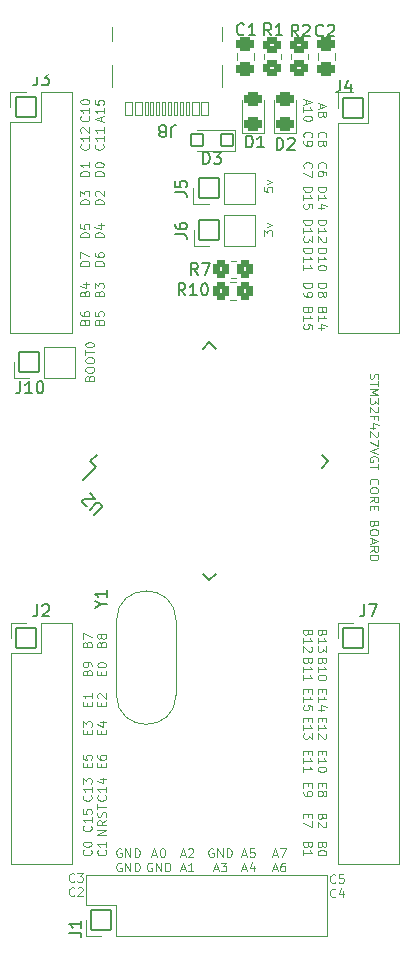
<source format=gto>
%TF.GenerationSoftware,KiCad,Pcbnew,6.0.11+dfsg-1~bpo11+1*%
%TF.CreationDate,2023-05-10T08:43:11-04:00*%
%TF.ProjectId,proto-stm32f427,70726f74-6f2d-4737-946d-333266343237,rev?*%
%TF.SameCoordinates,Original*%
%TF.FileFunction,Legend,Top*%
%TF.FilePolarity,Positive*%
%FSLAX46Y46*%
G04 Gerber Fmt 4.6, Leading zero omitted, Abs format (unit mm)*
G04 Created by KiCad (PCBNEW 6.0.11+dfsg-1~bpo11+1) date 2023-05-10 08:43:11*
%MOMM*%
%LPD*%
G01*
G04 APERTURE LIST*
G04 Aperture macros list*
%AMRoundRect*
0 Rectangle with rounded corners*
0 $1 Rounding radius*
0 $2 $3 $4 $5 $6 $7 $8 $9 X,Y pos of 4 corners*
0 Add a 4 corners polygon primitive as box body*
4,1,4,$2,$3,$4,$5,$6,$7,$8,$9,$2,$3,0*
0 Add four circle primitives for the rounded corners*
1,1,$1+$1,$2,$3*
1,1,$1+$1,$4,$5*
1,1,$1+$1,$6,$7*
1,1,$1+$1,$8,$9*
0 Add four rect primitives between the rounded corners*
20,1,$1+$1,$2,$3,$4,$5,0*
20,1,$1+$1,$4,$5,$6,$7,0*
20,1,$1+$1,$6,$7,$8,$9,0*
20,1,$1+$1,$8,$9,$2,$3,0*%
G04 Aperture macros list end*
%ADD10C,0.100000*%
%ADD11C,0.150000*%
%ADD12C,0.120000*%
%ADD13C,4.102000*%
%ADD14RoundRect,0.301000X-0.450000X0.325000X-0.450000X-0.325000X0.450000X-0.325000X0.450000X0.325000X0*%
%ADD15RoundRect,0.051000X-0.850000X-0.850000X0.850000X-0.850000X0.850000X0.850000X-0.850000X0.850000X0*%
%ADD16O,1.802000X1.802000*%
%ADD17RoundRect,0.051000X0.850000X-0.850000X0.850000X0.850000X-0.850000X0.850000X-0.850000X-0.850000X0*%
%ADD18C,1.602000*%
%ADD19RoundRect,0.301000X0.450000X-0.325000X0.450000X0.325000X-0.450000X0.325000X-0.450000X-0.325000X0*%
%ADD20RoundRect,0.301000X-0.450000X0.350000X-0.450000X-0.350000X0.450000X-0.350000X0.450000X0.350000X0*%
%ADD21RoundRect,0.051000X-0.431335X-0.629325X0.629325X0.431335X0.431335X0.629325X-0.629325X-0.431335X0*%
%ADD22RoundRect,0.051000X0.629325X-0.431335X-0.431335X0.629325X-0.629325X0.431335X0.431335X-0.629325X0*%
%ADD23RoundRect,0.301000X0.350000X0.450000X-0.350000X0.450000X-0.350000X-0.450000X0.350000X-0.450000X0*%
%ADD24RoundRect,0.051000X0.500000X0.500000X-0.500000X0.500000X-0.500000X-0.500000X0.500000X-0.500000X0*%
%ADD25C,0.752000*%
%ADD26RoundRect,0.051000X0.300000X0.575000X-0.300000X0.575000X-0.300000X-0.575000X0.300000X-0.575000X0*%
%ADD27RoundRect,0.051000X0.150000X0.575000X-0.150000X0.575000X-0.150000X-0.575000X0.150000X-0.575000X0*%
%ADD28O,1.102000X2.202000*%
%ADD29O,1.102000X1.902000*%
G04 APERTURE END LIST*
D10*
X155596428Y-137589285D02*
X155560714Y-137696428D01*
X155560714Y-137875000D01*
X155596428Y-137946428D01*
X155632142Y-137982142D01*
X155703571Y-138017857D01*
X155775000Y-138017857D01*
X155846428Y-137982142D01*
X155882142Y-137946428D01*
X155917857Y-137875000D01*
X155953571Y-137732142D01*
X155989285Y-137660714D01*
X156025000Y-137625000D01*
X156096428Y-137589285D01*
X156167857Y-137589285D01*
X156239285Y-137625000D01*
X156275000Y-137660714D01*
X156310714Y-137732142D01*
X156310714Y-137910714D01*
X156275000Y-138017857D01*
X156310714Y-138232142D02*
X156310714Y-138660714D01*
X155560714Y-138446428D02*
X156310714Y-138446428D01*
X155560714Y-138910714D02*
X156310714Y-138910714D01*
X155775000Y-139160714D01*
X156310714Y-139410714D01*
X155560714Y-139410714D01*
X156310714Y-139696428D02*
X156310714Y-140160714D01*
X156025000Y-139910714D01*
X156025000Y-140017857D01*
X155989285Y-140089285D01*
X155953571Y-140125000D01*
X155882142Y-140160714D01*
X155703571Y-140160714D01*
X155632142Y-140125000D01*
X155596428Y-140089285D01*
X155560714Y-140017857D01*
X155560714Y-139803571D01*
X155596428Y-139732142D01*
X155632142Y-139696428D01*
X156239285Y-140446428D02*
X156275000Y-140482142D01*
X156310714Y-140553571D01*
X156310714Y-140732142D01*
X156275000Y-140803571D01*
X156239285Y-140839285D01*
X156167857Y-140875000D01*
X156096428Y-140875000D01*
X155989285Y-140839285D01*
X155560714Y-140410714D01*
X155560714Y-140875000D01*
X155953571Y-141446428D02*
X155953571Y-141196428D01*
X155560714Y-141196428D02*
X156310714Y-141196428D01*
X156310714Y-141553571D01*
X156060714Y-142160714D02*
X155560714Y-142160714D01*
X156346428Y-141982142D02*
X155810714Y-141803571D01*
X155810714Y-142267857D01*
X156239285Y-142517857D02*
X156275000Y-142553571D01*
X156310714Y-142625000D01*
X156310714Y-142803571D01*
X156275000Y-142875000D01*
X156239285Y-142910714D01*
X156167857Y-142946428D01*
X156096428Y-142946428D01*
X155989285Y-142910714D01*
X155560714Y-142482142D01*
X155560714Y-142946428D01*
X156310714Y-143196428D02*
X156310714Y-143696428D01*
X155560714Y-143375000D01*
X156310714Y-143875000D02*
X155560714Y-144125000D01*
X156310714Y-144375000D01*
X156275000Y-145017857D02*
X156310714Y-144946428D01*
X156310714Y-144839285D01*
X156275000Y-144732142D01*
X156203571Y-144660714D01*
X156132142Y-144625000D01*
X155989285Y-144589285D01*
X155882142Y-144589285D01*
X155739285Y-144625000D01*
X155667857Y-144660714D01*
X155596428Y-144732142D01*
X155560714Y-144839285D01*
X155560714Y-144910714D01*
X155596428Y-145017857D01*
X155632142Y-145053571D01*
X155882142Y-145053571D01*
X155882142Y-144910714D01*
X156310714Y-145267857D02*
X156310714Y-145696428D01*
X155560714Y-145482142D02*
X156310714Y-145482142D01*
X155632142Y-146946428D02*
X155596428Y-146910714D01*
X155560714Y-146803571D01*
X155560714Y-146732142D01*
X155596428Y-146625000D01*
X155667857Y-146553571D01*
X155739285Y-146517857D01*
X155882142Y-146482142D01*
X155989285Y-146482142D01*
X156132142Y-146517857D01*
X156203571Y-146553571D01*
X156275000Y-146625000D01*
X156310714Y-146732142D01*
X156310714Y-146803571D01*
X156275000Y-146910714D01*
X156239285Y-146946428D01*
X156310714Y-147410714D02*
X156310714Y-147553571D01*
X156275000Y-147625000D01*
X156203571Y-147696428D01*
X156060714Y-147732142D01*
X155810714Y-147732142D01*
X155667857Y-147696428D01*
X155596428Y-147625000D01*
X155560714Y-147553571D01*
X155560714Y-147410714D01*
X155596428Y-147339285D01*
X155667857Y-147267857D01*
X155810714Y-147232142D01*
X156060714Y-147232142D01*
X156203571Y-147267857D01*
X156275000Y-147339285D01*
X156310714Y-147410714D01*
X155560714Y-148482142D02*
X155917857Y-148232142D01*
X155560714Y-148053571D02*
X156310714Y-148053571D01*
X156310714Y-148339285D01*
X156275000Y-148410714D01*
X156239285Y-148446428D01*
X156167857Y-148482142D01*
X156060714Y-148482142D01*
X155989285Y-148446428D01*
X155953571Y-148410714D01*
X155917857Y-148339285D01*
X155917857Y-148053571D01*
X155953571Y-148803571D02*
X155953571Y-149053571D01*
X155560714Y-149160714D02*
X155560714Y-148803571D01*
X156310714Y-148803571D01*
X156310714Y-149160714D01*
X155953571Y-150303571D02*
X155917857Y-150410714D01*
X155882142Y-150446428D01*
X155810714Y-150482142D01*
X155703571Y-150482142D01*
X155632142Y-150446428D01*
X155596428Y-150410714D01*
X155560714Y-150339285D01*
X155560714Y-150053571D01*
X156310714Y-150053571D01*
X156310714Y-150303571D01*
X156275000Y-150375000D01*
X156239285Y-150410714D01*
X156167857Y-150446428D01*
X156096428Y-150446428D01*
X156025000Y-150410714D01*
X155989285Y-150375000D01*
X155953571Y-150303571D01*
X155953571Y-150053571D01*
X156310714Y-150946428D02*
X156310714Y-151089285D01*
X156275000Y-151160714D01*
X156203571Y-151232142D01*
X156060714Y-151267857D01*
X155810714Y-151267857D01*
X155667857Y-151232142D01*
X155596428Y-151160714D01*
X155560714Y-151089285D01*
X155560714Y-150946428D01*
X155596428Y-150875000D01*
X155667857Y-150803571D01*
X155810714Y-150767857D01*
X156060714Y-150767857D01*
X156203571Y-150803571D01*
X156275000Y-150875000D01*
X156310714Y-150946428D01*
X155775000Y-151553571D02*
X155775000Y-151910714D01*
X155560714Y-151482142D02*
X156310714Y-151732142D01*
X155560714Y-151982142D01*
X155560714Y-152660714D02*
X155917857Y-152410714D01*
X155560714Y-152232142D02*
X156310714Y-152232142D01*
X156310714Y-152517857D01*
X156275000Y-152589285D01*
X156239285Y-152625000D01*
X156167857Y-152660714D01*
X156060714Y-152660714D01*
X155989285Y-152625000D01*
X155953571Y-152589285D01*
X155917857Y-152517857D01*
X155917857Y-152232142D01*
X155560714Y-152982142D02*
X156310714Y-152982142D01*
X156310714Y-153160714D01*
X156275000Y-153267857D01*
X156203571Y-153339285D01*
X156132142Y-153375000D01*
X155989285Y-153410714D01*
X155882142Y-153410714D01*
X155739285Y-153375000D01*
X155667857Y-153339285D01*
X155596428Y-153267857D01*
X155560714Y-153160714D01*
X155560714Y-152982142D01*
X131846428Y-137975000D02*
X131882142Y-137867857D01*
X131917857Y-137832142D01*
X131989285Y-137796428D01*
X132096428Y-137796428D01*
X132167857Y-137832142D01*
X132203571Y-137867857D01*
X132239285Y-137939285D01*
X132239285Y-138225000D01*
X131489285Y-138225000D01*
X131489285Y-137975000D01*
X131525000Y-137903571D01*
X131560714Y-137867857D01*
X131632142Y-137832142D01*
X131703571Y-137832142D01*
X131775000Y-137867857D01*
X131810714Y-137903571D01*
X131846428Y-137975000D01*
X131846428Y-138225000D01*
X131489285Y-137332142D02*
X131489285Y-137189285D01*
X131525000Y-137117857D01*
X131596428Y-137046428D01*
X131739285Y-137010714D01*
X131989285Y-137010714D01*
X132132142Y-137046428D01*
X132203571Y-137117857D01*
X132239285Y-137189285D01*
X132239285Y-137332142D01*
X132203571Y-137403571D01*
X132132142Y-137475000D01*
X131989285Y-137510714D01*
X131739285Y-137510714D01*
X131596428Y-137475000D01*
X131525000Y-137403571D01*
X131489285Y-137332142D01*
X131489285Y-136546428D02*
X131489285Y-136403571D01*
X131525000Y-136332142D01*
X131596428Y-136260714D01*
X131739285Y-136225000D01*
X131989285Y-136225000D01*
X132132142Y-136260714D01*
X132203571Y-136332142D01*
X132239285Y-136403571D01*
X132239285Y-136546428D01*
X132203571Y-136617857D01*
X132132142Y-136689285D01*
X131989285Y-136725000D01*
X131739285Y-136725000D01*
X131596428Y-136689285D01*
X131525000Y-136617857D01*
X131489285Y-136546428D01*
X131489285Y-136010714D02*
X131489285Y-135582142D01*
X132239285Y-135796428D02*
X131489285Y-135796428D01*
X131489285Y-135189285D02*
X131489285Y-135117857D01*
X131525000Y-135046428D01*
X131560714Y-135010714D01*
X131632142Y-134975000D01*
X131775000Y-134939285D01*
X131953571Y-134939285D01*
X132096428Y-134975000D01*
X132167857Y-135010714D01*
X132203571Y-135046428D01*
X132239285Y-135117857D01*
X132239285Y-135189285D01*
X132203571Y-135260714D01*
X132167857Y-135296428D01*
X132096428Y-135332142D01*
X131953571Y-135367857D01*
X131775000Y-135367857D01*
X131632142Y-135332142D01*
X131560714Y-135296428D01*
X131525000Y-135260714D01*
X131489285Y-135189285D01*
X146589285Y-125935714D02*
X146589285Y-125471428D01*
X146875000Y-125721428D01*
X146875000Y-125614285D01*
X146910714Y-125542857D01*
X146946428Y-125507142D01*
X147017857Y-125471428D01*
X147196428Y-125471428D01*
X147267857Y-125507142D01*
X147303571Y-125542857D01*
X147339285Y-125614285D01*
X147339285Y-125828571D01*
X147303571Y-125900000D01*
X147267857Y-125935714D01*
X146839285Y-125221428D02*
X147339285Y-125042857D01*
X146839285Y-124864285D01*
X146589285Y-121807142D02*
X146589285Y-122164285D01*
X146946428Y-122200000D01*
X146910714Y-122164285D01*
X146875000Y-122092857D01*
X146875000Y-121914285D01*
X146910714Y-121842857D01*
X146946428Y-121807142D01*
X147017857Y-121771428D01*
X147196428Y-121771428D01*
X147267857Y-121807142D01*
X147303571Y-121842857D01*
X147339285Y-121914285D01*
X147339285Y-122092857D01*
X147303571Y-122164285D01*
X147267857Y-122200000D01*
X146839285Y-121521428D02*
X147339285Y-121342857D01*
X146839285Y-121164285D01*
X130575000Y-180564107D02*
X130539285Y-180599821D01*
X130432142Y-180635535D01*
X130360714Y-180635535D01*
X130253571Y-180599821D01*
X130182142Y-180528392D01*
X130146428Y-180456964D01*
X130110714Y-180314107D01*
X130110714Y-180206964D01*
X130146428Y-180064107D01*
X130182142Y-179992678D01*
X130253571Y-179921250D01*
X130360714Y-179885535D01*
X130432142Y-179885535D01*
X130539285Y-179921250D01*
X130575000Y-179956964D01*
X130825000Y-179885535D02*
X131289285Y-179885535D01*
X131039285Y-180171250D01*
X131146428Y-180171250D01*
X131217857Y-180206964D01*
X131253571Y-180242678D01*
X131289285Y-180314107D01*
X131289285Y-180492678D01*
X131253571Y-180564107D01*
X131217857Y-180599821D01*
X131146428Y-180635535D01*
X130932142Y-180635535D01*
X130860714Y-180599821D01*
X130825000Y-180564107D01*
X130575000Y-181771607D02*
X130539285Y-181807321D01*
X130432142Y-181843035D01*
X130360714Y-181843035D01*
X130253571Y-181807321D01*
X130182142Y-181735892D01*
X130146428Y-181664464D01*
X130110714Y-181521607D01*
X130110714Y-181414464D01*
X130146428Y-181271607D01*
X130182142Y-181200178D01*
X130253571Y-181128750D01*
X130360714Y-181093035D01*
X130432142Y-181093035D01*
X130539285Y-181128750D01*
X130575000Y-181164464D01*
X130860714Y-181164464D02*
X130896428Y-181128750D01*
X130967857Y-181093035D01*
X131146428Y-181093035D01*
X131217857Y-181128750D01*
X131253571Y-181164464D01*
X131289285Y-181235892D01*
X131289285Y-181307321D01*
X131253571Y-181414464D01*
X130825000Y-181843035D01*
X131289285Y-181843035D01*
X137164285Y-178321250D02*
X137521428Y-178321250D01*
X137092857Y-178535535D02*
X137342857Y-177785535D01*
X137592857Y-178535535D01*
X137985714Y-177785535D02*
X138057142Y-177785535D01*
X138128571Y-177821250D01*
X138164285Y-177856964D01*
X138200000Y-177928392D01*
X138235714Y-178071250D01*
X138235714Y-178249821D01*
X138200000Y-178392678D01*
X138164285Y-178464107D01*
X138128571Y-178499821D01*
X138057142Y-178535535D01*
X137985714Y-178535535D01*
X137914285Y-178499821D01*
X137878571Y-178464107D01*
X137842857Y-178392678D01*
X137807142Y-178249821D01*
X137807142Y-178071250D01*
X137842857Y-177928392D01*
X137878571Y-177856964D01*
X137914285Y-177821250D01*
X137985714Y-177785535D01*
X137128571Y-179028750D02*
X137057142Y-178993035D01*
X136950000Y-178993035D01*
X136842857Y-179028750D01*
X136771428Y-179100178D01*
X136735714Y-179171607D01*
X136700000Y-179314464D01*
X136700000Y-179421607D01*
X136735714Y-179564464D01*
X136771428Y-179635892D01*
X136842857Y-179707321D01*
X136950000Y-179743035D01*
X137021428Y-179743035D01*
X137128571Y-179707321D01*
X137164285Y-179671607D01*
X137164285Y-179421607D01*
X137021428Y-179421607D01*
X137485714Y-179743035D02*
X137485714Y-178993035D01*
X137914285Y-179743035D01*
X137914285Y-178993035D01*
X138271428Y-179743035D02*
X138271428Y-178993035D01*
X138450000Y-178993035D01*
X138557142Y-179028750D01*
X138628571Y-179100178D01*
X138664285Y-179171607D01*
X138700000Y-179314464D01*
X138700000Y-179421607D01*
X138664285Y-179564464D01*
X138628571Y-179635892D01*
X138557142Y-179707321D01*
X138450000Y-179743035D01*
X138271428Y-179743035D01*
X152675000Y-180664107D02*
X152639285Y-180699821D01*
X152532142Y-180735535D01*
X152460714Y-180735535D01*
X152353571Y-180699821D01*
X152282142Y-180628392D01*
X152246428Y-180556964D01*
X152210714Y-180414107D01*
X152210714Y-180306964D01*
X152246428Y-180164107D01*
X152282142Y-180092678D01*
X152353571Y-180021250D01*
X152460714Y-179985535D01*
X152532142Y-179985535D01*
X152639285Y-180021250D01*
X152675000Y-180056964D01*
X153353571Y-179985535D02*
X152996428Y-179985535D01*
X152960714Y-180342678D01*
X152996428Y-180306964D01*
X153067857Y-180271250D01*
X153246428Y-180271250D01*
X153317857Y-180306964D01*
X153353571Y-180342678D01*
X153389285Y-180414107D01*
X153389285Y-180592678D01*
X153353571Y-180664107D01*
X153317857Y-180699821D01*
X153246428Y-180735535D01*
X153067857Y-180735535D01*
X152996428Y-180699821D01*
X152960714Y-180664107D01*
X152675000Y-181871607D02*
X152639285Y-181907321D01*
X152532142Y-181943035D01*
X152460714Y-181943035D01*
X152353571Y-181907321D01*
X152282142Y-181835892D01*
X152246428Y-181764464D01*
X152210714Y-181621607D01*
X152210714Y-181514464D01*
X152246428Y-181371607D01*
X152282142Y-181300178D01*
X152353571Y-181228750D01*
X152460714Y-181193035D01*
X152532142Y-181193035D01*
X152639285Y-181228750D01*
X152675000Y-181264464D01*
X153317857Y-181443035D02*
X153317857Y-181943035D01*
X153139285Y-181157321D02*
X152960714Y-181693035D01*
X153425000Y-181693035D01*
X142328571Y-177821250D02*
X142257142Y-177785535D01*
X142150000Y-177785535D01*
X142042857Y-177821250D01*
X141971428Y-177892678D01*
X141935714Y-177964107D01*
X141900000Y-178106964D01*
X141900000Y-178214107D01*
X141935714Y-178356964D01*
X141971428Y-178428392D01*
X142042857Y-178499821D01*
X142150000Y-178535535D01*
X142221428Y-178535535D01*
X142328571Y-178499821D01*
X142364285Y-178464107D01*
X142364285Y-178214107D01*
X142221428Y-178214107D01*
X142685714Y-178535535D02*
X142685714Y-177785535D01*
X143114285Y-178535535D01*
X143114285Y-177785535D01*
X143471428Y-178535535D02*
X143471428Y-177785535D01*
X143650000Y-177785535D01*
X143757142Y-177821250D01*
X143828571Y-177892678D01*
X143864285Y-177964107D01*
X143900000Y-178106964D01*
X143900000Y-178214107D01*
X143864285Y-178356964D01*
X143828571Y-178428392D01*
X143757142Y-178499821D01*
X143650000Y-178535535D01*
X143471428Y-178535535D01*
X142364285Y-179528750D02*
X142721428Y-179528750D01*
X142292857Y-179743035D02*
X142542857Y-178993035D01*
X142792857Y-179743035D01*
X142971428Y-178993035D02*
X143435714Y-178993035D01*
X143185714Y-179278750D01*
X143292857Y-179278750D01*
X143364285Y-179314464D01*
X143400000Y-179350178D01*
X143435714Y-179421607D01*
X143435714Y-179600178D01*
X143400000Y-179671607D01*
X143364285Y-179707321D01*
X143292857Y-179743035D01*
X143078571Y-179743035D01*
X143007142Y-179707321D01*
X142971428Y-179671607D01*
X134528571Y-177821250D02*
X134457142Y-177785535D01*
X134350000Y-177785535D01*
X134242857Y-177821250D01*
X134171428Y-177892678D01*
X134135714Y-177964107D01*
X134100000Y-178106964D01*
X134100000Y-178214107D01*
X134135714Y-178356964D01*
X134171428Y-178428392D01*
X134242857Y-178499821D01*
X134350000Y-178535535D01*
X134421428Y-178535535D01*
X134528571Y-178499821D01*
X134564285Y-178464107D01*
X134564285Y-178214107D01*
X134421428Y-178214107D01*
X134885714Y-178535535D02*
X134885714Y-177785535D01*
X135314285Y-178535535D01*
X135314285Y-177785535D01*
X135671428Y-178535535D02*
X135671428Y-177785535D01*
X135850000Y-177785535D01*
X135957142Y-177821250D01*
X136028571Y-177892678D01*
X136064285Y-177964107D01*
X136100000Y-178106964D01*
X136100000Y-178214107D01*
X136064285Y-178356964D01*
X136028571Y-178428392D01*
X135957142Y-178499821D01*
X135850000Y-178535535D01*
X135671428Y-178535535D01*
X134528571Y-179028750D02*
X134457142Y-178993035D01*
X134350000Y-178993035D01*
X134242857Y-179028750D01*
X134171428Y-179100178D01*
X134135714Y-179171607D01*
X134100000Y-179314464D01*
X134100000Y-179421607D01*
X134135714Y-179564464D01*
X134171428Y-179635892D01*
X134242857Y-179707321D01*
X134350000Y-179743035D01*
X134421428Y-179743035D01*
X134528571Y-179707321D01*
X134564285Y-179671607D01*
X134564285Y-179421607D01*
X134421428Y-179421607D01*
X134885714Y-179743035D02*
X134885714Y-178993035D01*
X135314285Y-179743035D01*
X135314285Y-178993035D01*
X135671428Y-179743035D02*
X135671428Y-178993035D01*
X135850000Y-178993035D01*
X135957142Y-179028750D01*
X136028571Y-179100178D01*
X136064285Y-179171607D01*
X136100000Y-179314464D01*
X136100000Y-179421607D01*
X136064285Y-179564464D01*
X136028571Y-179635892D01*
X135957142Y-179707321D01*
X135850000Y-179743035D01*
X135671428Y-179743035D01*
X147364285Y-178321250D02*
X147721428Y-178321250D01*
X147292857Y-178535535D02*
X147542857Y-177785535D01*
X147792857Y-178535535D01*
X147971428Y-177785535D02*
X148471428Y-177785535D01*
X148150000Y-178535535D01*
X147364285Y-179528750D02*
X147721428Y-179528750D01*
X147292857Y-179743035D02*
X147542857Y-178993035D01*
X147792857Y-179743035D01*
X148364285Y-178993035D02*
X148221428Y-178993035D01*
X148150000Y-179028750D01*
X148114285Y-179064464D01*
X148042857Y-179171607D01*
X148007142Y-179314464D01*
X148007142Y-179600178D01*
X148042857Y-179671607D01*
X148078571Y-179707321D01*
X148150000Y-179743035D01*
X148292857Y-179743035D01*
X148364285Y-179707321D01*
X148400000Y-179671607D01*
X148435714Y-179600178D01*
X148435714Y-179421607D01*
X148400000Y-179350178D01*
X148364285Y-179314464D01*
X148292857Y-179278750D01*
X148150000Y-179278750D01*
X148078571Y-179314464D01*
X148042857Y-179350178D01*
X148007142Y-179421607D01*
X144764285Y-178321250D02*
X145121428Y-178321250D01*
X144692857Y-178535535D02*
X144942857Y-177785535D01*
X145192857Y-178535535D01*
X145800000Y-177785535D02*
X145442857Y-177785535D01*
X145407142Y-178142678D01*
X145442857Y-178106964D01*
X145514285Y-178071250D01*
X145692857Y-178071250D01*
X145764285Y-178106964D01*
X145800000Y-178142678D01*
X145835714Y-178214107D01*
X145835714Y-178392678D01*
X145800000Y-178464107D01*
X145764285Y-178499821D01*
X145692857Y-178535535D01*
X145514285Y-178535535D01*
X145442857Y-178499821D01*
X145407142Y-178464107D01*
X144764285Y-179528750D02*
X145121428Y-179528750D01*
X144692857Y-179743035D02*
X144942857Y-178993035D01*
X145192857Y-179743035D01*
X145764285Y-179243035D02*
X145764285Y-179743035D01*
X145585714Y-178957321D02*
X145407142Y-179493035D01*
X145871428Y-179493035D01*
X139564285Y-178321250D02*
X139921428Y-178321250D01*
X139492857Y-178535535D02*
X139742857Y-177785535D01*
X139992857Y-178535535D01*
X140207142Y-177856964D02*
X140242857Y-177821250D01*
X140314285Y-177785535D01*
X140492857Y-177785535D01*
X140564285Y-177821250D01*
X140600000Y-177856964D01*
X140635714Y-177928392D01*
X140635714Y-177999821D01*
X140600000Y-178106964D01*
X140171428Y-178535535D01*
X140635714Y-178535535D01*
X139564285Y-179528750D02*
X139921428Y-179528750D01*
X139492857Y-179743035D02*
X139742857Y-178993035D01*
X139992857Y-179743035D01*
X140635714Y-179743035D02*
X140207142Y-179743035D01*
X140421428Y-179743035D02*
X140421428Y-178993035D01*
X140350000Y-179100178D01*
X140278571Y-179171607D01*
X140207142Y-179207321D01*
X131835535Y-123253571D02*
X131085535Y-123253571D01*
X131085535Y-123075000D01*
X131121250Y-122967857D01*
X131192678Y-122896428D01*
X131264107Y-122860714D01*
X131406964Y-122825000D01*
X131514107Y-122825000D01*
X131656964Y-122860714D01*
X131728392Y-122896428D01*
X131799821Y-122967857D01*
X131835535Y-123075000D01*
X131835535Y-123253571D01*
X131085535Y-122575000D02*
X131085535Y-122110714D01*
X131371250Y-122360714D01*
X131371250Y-122253571D01*
X131406964Y-122182142D01*
X131442678Y-122146428D01*
X131514107Y-122110714D01*
X131692678Y-122110714D01*
X131764107Y-122146428D01*
X131799821Y-122182142D01*
X131835535Y-122253571D01*
X131835535Y-122467857D01*
X131799821Y-122539285D01*
X131764107Y-122575000D01*
X133043035Y-123253571D02*
X132293035Y-123253571D01*
X132293035Y-123075000D01*
X132328750Y-122967857D01*
X132400178Y-122896428D01*
X132471607Y-122860714D01*
X132614464Y-122825000D01*
X132721607Y-122825000D01*
X132864464Y-122860714D01*
X132935892Y-122896428D01*
X133007321Y-122967857D01*
X133043035Y-123075000D01*
X133043035Y-123253571D01*
X132364464Y-122539285D02*
X132328750Y-122503571D01*
X132293035Y-122432142D01*
X132293035Y-122253571D01*
X132328750Y-122182142D01*
X132364464Y-122146428D01*
X132435892Y-122110714D01*
X132507321Y-122110714D01*
X132614464Y-122146428D01*
X133043035Y-122575000D01*
X133043035Y-122110714D01*
X131835535Y-120853571D02*
X131085535Y-120853571D01*
X131085535Y-120675000D01*
X131121250Y-120567857D01*
X131192678Y-120496428D01*
X131264107Y-120460714D01*
X131406964Y-120425000D01*
X131514107Y-120425000D01*
X131656964Y-120460714D01*
X131728392Y-120496428D01*
X131799821Y-120567857D01*
X131835535Y-120675000D01*
X131835535Y-120853571D01*
X131835535Y-119710714D02*
X131835535Y-120139285D01*
X131835535Y-119925000D02*
X131085535Y-119925000D01*
X131192678Y-119996428D01*
X131264107Y-120067857D01*
X131299821Y-120139285D01*
X133043035Y-120853571D02*
X132293035Y-120853571D01*
X132293035Y-120675000D01*
X132328750Y-120567857D01*
X132400178Y-120496428D01*
X132471607Y-120460714D01*
X132614464Y-120425000D01*
X132721607Y-120425000D01*
X132864464Y-120460714D01*
X132935892Y-120496428D01*
X133007321Y-120567857D01*
X133043035Y-120675000D01*
X133043035Y-120853571D01*
X132293035Y-119960714D02*
X132293035Y-119889285D01*
X132328750Y-119817857D01*
X132364464Y-119782142D01*
X132435892Y-119746428D01*
X132578750Y-119710714D01*
X132757321Y-119710714D01*
X132900178Y-119746428D01*
X132971607Y-119782142D01*
X133007321Y-119817857D01*
X133043035Y-119889285D01*
X133043035Y-119960714D01*
X133007321Y-120032142D01*
X132971607Y-120067857D01*
X132900178Y-120103571D01*
X132757321Y-120139285D01*
X132578750Y-120139285D01*
X132435892Y-120103571D01*
X132364464Y-120067857D01*
X132328750Y-120032142D01*
X132293035Y-119960714D01*
X131442678Y-130803571D02*
X131478392Y-130696428D01*
X131514107Y-130660714D01*
X131585535Y-130625000D01*
X131692678Y-130625000D01*
X131764107Y-130660714D01*
X131799821Y-130696428D01*
X131835535Y-130767857D01*
X131835535Y-131053571D01*
X131085535Y-131053571D01*
X131085535Y-130803571D01*
X131121250Y-130732142D01*
X131156964Y-130696428D01*
X131228392Y-130660714D01*
X131299821Y-130660714D01*
X131371250Y-130696428D01*
X131406964Y-130732142D01*
X131442678Y-130803571D01*
X131442678Y-131053571D01*
X131335535Y-129982142D02*
X131835535Y-129982142D01*
X131049821Y-130160714D02*
X131585535Y-130339285D01*
X131585535Y-129875000D01*
X132650178Y-130803571D02*
X132685892Y-130696428D01*
X132721607Y-130660714D01*
X132793035Y-130625000D01*
X132900178Y-130625000D01*
X132971607Y-130660714D01*
X133007321Y-130696428D01*
X133043035Y-130767857D01*
X133043035Y-131053571D01*
X132293035Y-131053571D01*
X132293035Y-130803571D01*
X132328750Y-130732142D01*
X132364464Y-130696428D01*
X132435892Y-130660714D01*
X132507321Y-130660714D01*
X132578750Y-130696428D01*
X132614464Y-130732142D01*
X132650178Y-130803571D01*
X132650178Y-131053571D01*
X132293035Y-130375000D02*
X132293035Y-129910714D01*
X132578750Y-130160714D01*
X132578750Y-130053571D01*
X132614464Y-129982142D01*
X132650178Y-129946428D01*
X132721607Y-129910714D01*
X132900178Y-129910714D01*
X132971607Y-129946428D01*
X133007321Y-129982142D01*
X133043035Y-130053571D01*
X133043035Y-130267857D01*
X133007321Y-130339285D01*
X132971607Y-130375000D01*
X131764107Y-118182142D02*
X131799821Y-118217857D01*
X131835535Y-118325000D01*
X131835535Y-118396428D01*
X131799821Y-118503571D01*
X131728392Y-118575000D01*
X131656964Y-118610714D01*
X131514107Y-118646428D01*
X131406964Y-118646428D01*
X131264107Y-118610714D01*
X131192678Y-118575000D01*
X131121250Y-118503571D01*
X131085535Y-118396428D01*
X131085535Y-118325000D01*
X131121250Y-118217857D01*
X131156964Y-118182142D01*
X131835535Y-117467857D02*
X131835535Y-117896428D01*
X131835535Y-117682142D02*
X131085535Y-117682142D01*
X131192678Y-117753571D01*
X131264107Y-117825000D01*
X131299821Y-117896428D01*
X131156964Y-117182142D02*
X131121250Y-117146428D01*
X131085535Y-117075000D01*
X131085535Y-116896428D01*
X131121250Y-116825000D01*
X131156964Y-116789285D01*
X131228392Y-116753571D01*
X131299821Y-116753571D01*
X131406964Y-116789285D01*
X131835535Y-117217857D01*
X131835535Y-116753571D01*
X132971607Y-118182142D02*
X133007321Y-118217857D01*
X133043035Y-118325000D01*
X133043035Y-118396428D01*
X133007321Y-118503571D01*
X132935892Y-118575000D01*
X132864464Y-118610714D01*
X132721607Y-118646428D01*
X132614464Y-118646428D01*
X132471607Y-118610714D01*
X132400178Y-118575000D01*
X132328750Y-118503571D01*
X132293035Y-118396428D01*
X132293035Y-118325000D01*
X132328750Y-118217857D01*
X132364464Y-118182142D01*
X133043035Y-117467857D02*
X133043035Y-117896428D01*
X133043035Y-117682142D02*
X132293035Y-117682142D01*
X132400178Y-117753571D01*
X132471607Y-117825000D01*
X132507321Y-117896428D01*
X133043035Y-116753571D02*
X133043035Y-117182142D01*
X133043035Y-116967857D02*
X132293035Y-116967857D01*
X132400178Y-117039285D01*
X132471607Y-117110714D01*
X132507321Y-117182142D01*
X131764107Y-115782142D02*
X131799821Y-115817857D01*
X131835535Y-115925000D01*
X131835535Y-115996428D01*
X131799821Y-116103571D01*
X131728392Y-116175000D01*
X131656964Y-116210714D01*
X131514107Y-116246428D01*
X131406964Y-116246428D01*
X131264107Y-116210714D01*
X131192678Y-116175000D01*
X131121250Y-116103571D01*
X131085535Y-115996428D01*
X131085535Y-115925000D01*
X131121250Y-115817857D01*
X131156964Y-115782142D01*
X131835535Y-115067857D02*
X131835535Y-115496428D01*
X131835535Y-115282142D02*
X131085535Y-115282142D01*
X131192678Y-115353571D01*
X131264107Y-115425000D01*
X131299821Y-115496428D01*
X131085535Y-114603571D02*
X131085535Y-114532142D01*
X131121250Y-114460714D01*
X131156964Y-114425000D01*
X131228392Y-114389285D01*
X131371250Y-114353571D01*
X131549821Y-114353571D01*
X131692678Y-114389285D01*
X131764107Y-114425000D01*
X131799821Y-114460714D01*
X131835535Y-114532142D01*
X131835535Y-114603571D01*
X131799821Y-114675000D01*
X131764107Y-114710714D01*
X131692678Y-114746428D01*
X131549821Y-114782142D01*
X131371250Y-114782142D01*
X131228392Y-114746428D01*
X131156964Y-114710714D01*
X131121250Y-114675000D01*
X131085535Y-114603571D01*
X132828750Y-116192857D02*
X132828750Y-115835714D01*
X133043035Y-116264285D02*
X132293035Y-116014285D01*
X133043035Y-115764285D01*
X133043035Y-115121428D02*
X133043035Y-115550000D01*
X133043035Y-115335714D02*
X132293035Y-115335714D01*
X132400178Y-115407142D01*
X132471607Y-115478571D01*
X132507321Y-115550000D01*
X132293035Y-114442857D02*
X132293035Y-114800000D01*
X132650178Y-114835714D01*
X132614464Y-114800000D01*
X132578750Y-114728571D01*
X132578750Y-114550000D01*
X132614464Y-114478571D01*
X132650178Y-114442857D01*
X132721607Y-114407142D01*
X132900178Y-114407142D01*
X132971607Y-114442857D01*
X133007321Y-114478571D01*
X133043035Y-114550000D01*
X133043035Y-114728571D01*
X133007321Y-114800000D01*
X132971607Y-114835714D01*
X131835535Y-128453571D02*
X131085535Y-128453571D01*
X131085535Y-128275000D01*
X131121250Y-128167857D01*
X131192678Y-128096428D01*
X131264107Y-128060714D01*
X131406964Y-128025000D01*
X131514107Y-128025000D01*
X131656964Y-128060714D01*
X131728392Y-128096428D01*
X131799821Y-128167857D01*
X131835535Y-128275000D01*
X131835535Y-128453571D01*
X131085535Y-127775000D02*
X131085535Y-127275000D01*
X131835535Y-127596428D01*
X133043035Y-128453571D02*
X132293035Y-128453571D01*
X132293035Y-128275000D01*
X132328750Y-128167857D01*
X132400178Y-128096428D01*
X132471607Y-128060714D01*
X132614464Y-128025000D01*
X132721607Y-128025000D01*
X132864464Y-128060714D01*
X132935892Y-128096428D01*
X133007321Y-128167857D01*
X133043035Y-128275000D01*
X133043035Y-128453571D01*
X132293035Y-127382142D02*
X132293035Y-127525000D01*
X132328750Y-127596428D01*
X132364464Y-127632142D01*
X132471607Y-127703571D01*
X132614464Y-127739285D01*
X132900178Y-127739285D01*
X132971607Y-127703571D01*
X133007321Y-127667857D01*
X133043035Y-127596428D01*
X133043035Y-127453571D01*
X133007321Y-127382142D01*
X132971607Y-127346428D01*
X132900178Y-127310714D01*
X132721607Y-127310714D01*
X132650178Y-127346428D01*
X132614464Y-127382142D01*
X132578750Y-127453571D01*
X132578750Y-127596428D01*
X132614464Y-127667857D01*
X132650178Y-127703571D01*
X132721607Y-127739285D01*
X131835535Y-126053571D02*
X131085535Y-126053571D01*
X131085535Y-125875000D01*
X131121250Y-125767857D01*
X131192678Y-125696428D01*
X131264107Y-125660714D01*
X131406964Y-125625000D01*
X131514107Y-125625000D01*
X131656964Y-125660714D01*
X131728392Y-125696428D01*
X131799821Y-125767857D01*
X131835535Y-125875000D01*
X131835535Y-126053571D01*
X131085535Y-124946428D02*
X131085535Y-125303571D01*
X131442678Y-125339285D01*
X131406964Y-125303571D01*
X131371250Y-125232142D01*
X131371250Y-125053571D01*
X131406964Y-124982142D01*
X131442678Y-124946428D01*
X131514107Y-124910714D01*
X131692678Y-124910714D01*
X131764107Y-124946428D01*
X131799821Y-124982142D01*
X131835535Y-125053571D01*
X131835535Y-125232142D01*
X131799821Y-125303571D01*
X131764107Y-125339285D01*
X133043035Y-126053571D02*
X132293035Y-126053571D01*
X132293035Y-125875000D01*
X132328750Y-125767857D01*
X132400178Y-125696428D01*
X132471607Y-125660714D01*
X132614464Y-125625000D01*
X132721607Y-125625000D01*
X132864464Y-125660714D01*
X132935892Y-125696428D01*
X133007321Y-125767857D01*
X133043035Y-125875000D01*
X133043035Y-126053571D01*
X132543035Y-124982142D02*
X133043035Y-124982142D01*
X132257321Y-125160714D02*
X132793035Y-125339285D01*
X132793035Y-124875000D01*
X131442678Y-133203571D02*
X131478392Y-133096428D01*
X131514107Y-133060714D01*
X131585535Y-133025000D01*
X131692678Y-133025000D01*
X131764107Y-133060714D01*
X131799821Y-133096428D01*
X131835535Y-133167857D01*
X131835535Y-133453571D01*
X131085535Y-133453571D01*
X131085535Y-133203571D01*
X131121250Y-133132142D01*
X131156964Y-133096428D01*
X131228392Y-133060714D01*
X131299821Y-133060714D01*
X131371250Y-133096428D01*
X131406964Y-133132142D01*
X131442678Y-133203571D01*
X131442678Y-133453571D01*
X131085535Y-132382142D02*
X131085535Y-132525000D01*
X131121250Y-132596428D01*
X131156964Y-132632142D01*
X131264107Y-132703571D01*
X131406964Y-132739285D01*
X131692678Y-132739285D01*
X131764107Y-132703571D01*
X131799821Y-132667857D01*
X131835535Y-132596428D01*
X131835535Y-132453571D01*
X131799821Y-132382142D01*
X131764107Y-132346428D01*
X131692678Y-132310714D01*
X131514107Y-132310714D01*
X131442678Y-132346428D01*
X131406964Y-132382142D01*
X131371250Y-132453571D01*
X131371250Y-132596428D01*
X131406964Y-132667857D01*
X131442678Y-132703571D01*
X131514107Y-132739285D01*
X132650178Y-133203571D02*
X132685892Y-133096428D01*
X132721607Y-133060714D01*
X132793035Y-133025000D01*
X132900178Y-133025000D01*
X132971607Y-133060714D01*
X133007321Y-133096428D01*
X133043035Y-133167857D01*
X133043035Y-133453571D01*
X132293035Y-133453571D01*
X132293035Y-133203571D01*
X132328750Y-133132142D01*
X132364464Y-133096428D01*
X132435892Y-133060714D01*
X132507321Y-133060714D01*
X132578750Y-133096428D01*
X132614464Y-133132142D01*
X132650178Y-133203571D01*
X132650178Y-133453571D01*
X132293035Y-132346428D02*
X132293035Y-132703571D01*
X132650178Y-132739285D01*
X132614464Y-132703571D01*
X132578750Y-132632142D01*
X132578750Y-132453571D01*
X132614464Y-132382142D01*
X132650178Y-132346428D01*
X132721607Y-132310714D01*
X132900178Y-132310714D01*
X132971607Y-132346428D01*
X133007321Y-132382142D01*
X133043035Y-132453571D01*
X133043035Y-132632142D01*
X133007321Y-132703571D01*
X132971607Y-132739285D01*
X151235892Y-120175000D02*
X151200178Y-120139285D01*
X151164464Y-120032142D01*
X151164464Y-119960714D01*
X151200178Y-119853571D01*
X151271607Y-119782142D01*
X151343035Y-119746428D01*
X151485892Y-119710714D01*
X151593035Y-119710714D01*
X151735892Y-119746428D01*
X151807321Y-119782142D01*
X151878750Y-119853571D01*
X151914464Y-119960714D01*
X151914464Y-120032142D01*
X151878750Y-120139285D01*
X151843035Y-120175000D01*
X151914464Y-120817857D02*
X151914464Y-120675000D01*
X151878750Y-120603571D01*
X151843035Y-120567857D01*
X151735892Y-120496428D01*
X151593035Y-120460714D01*
X151307321Y-120460714D01*
X151235892Y-120496428D01*
X151200178Y-120532142D01*
X151164464Y-120603571D01*
X151164464Y-120746428D01*
X151200178Y-120817857D01*
X151235892Y-120853571D01*
X151307321Y-120889285D01*
X151485892Y-120889285D01*
X151557321Y-120853571D01*
X151593035Y-120817857D01*
X151628750Y-120746428D01*
X151628750Y-120603571D01*
X151593035Y-120532142D01*
X151557321Y-120496428D01*
X151485892Y-120460714D01*
X150028392Y-120175000D02*
X149992678Y-120139285D01*
X149956964Y-120032142D01*
X149956964Y-119960714D01*
X149992678Y-119853571D01*
X150064107Y-119782142D01*
X150135535Y-119746428D01*
X150278392Y-119710714D01*
X150385535Y-119710714D01*
X150528392Y-119746428D01*
X150599821Y-119782142D01*
X150671250Y-119853571D01*
X150706964Y-119960714D01*
X150706964Y-120032142D01*
X150671250Y-120139285D01*
X150635535Y-120175000D01*
X150706964Y-120425000D02*
X150706964Y-120925000D01*
X149956964Y-120603571D01*
X151557321Y-132239285D02*
X151521607Y-132346428D01*
X151485892Y-132382142D01*
X151414464Y-132417857D01*
X151307321Y-132417857D01*
X151235892Y-132382142D01*
X151200178Y-132346428D01*
X151164464Y-132275000D01*
X151164464Y-131989285D01*
X151914464Y-131989285D01*
X151914464Y-132239285D01*
X151878750Y-132310714D01*
X151843035Y-132346428D01*
X151771607Y-132382142D01*
X151700178Y-132382142D01*
X151628750Y-132346428D01*
X151593035Y-132310714D01*
X151557321Y-132239285D01*
X151557321Y-131989285D01*
X151164464Y-133132142D02*
X151164464Y-132703571D01*
X151164464Y-132917857D02*
X151914464Y-132917857D01*
X151807321Y-132846428D01*
X151735892Y-132775000D01*
X151700178Y-132703571D01*
X151664464Y-133775000D02*
X151164464Y-133775000D01*
X151950178Y-133596428D02*
X151414464Y-133417857D01*
X151414464Y-133882142D01*
X150349821Y-132239285D02*
X150314107Y-132346428D01*
X150278392Y-132382142D01*
X150206964Y-132417857D01*
X150099821Y-132417857D01*
X150028392Y-132382142D01*
X149992678Y-132346428D01*
X149956964Y-132275000D01*
X149956964Y-131989285D01*
X150706964Y-131989285D01*
X150706964Y-132239285D01*
X150671250Y-132310714D01*
X150635535Y-132346428D01*
X150564107Y-132382142D01*
X150492678Y-132382142D01*
X150421250Y-132346428D01*
X150385535Y-132310714D01*
X150349821Y-132239285D01*
X150349821Y-131989285D01*
X149956964Y-133132142D02*
X149956964Y-132703571D01*
X149956964Y-132917857D02*
X150706964Y-132917857D01*
X150599821Y-132846428D01*
X150528392Y-132775000D01*
X150492678Y-132703571D01*
X150706964Y-133810714D02*
X150706964Y-133453571D01*
X150349821Y-133417857D01*
X150385535Y-133453571D01*
X150421250Y-133525000D01*
X150421250Y-133703571D01*
X150385535Y-133775000D01*
X150349821Y-133810714D01*
X150278392Y-133846428D01*
X150099821Y-133846428D01*
X150028392Y-133810714D01*
X149992678Y-133775000D01*
X149956964Y-133703571D01*
X149956964Y-133525000D01*
X149992678Y-133453571D01*
X150028392Y-133417857D01*
X151164464Y-126989285D02*
X151914464Y-126989285D01*
X151914464Y-127167857D01*
X151878750Y-127275000D01*
X151807321Y-127346428D01*
X151735892Y-127382142D01*
X151593035Y-127417857D01*
X151485892Y-127417857D01*
X151343035Y-127382142D01*
X151271607Y-127346428D01*
X151200178Y-127275000D01*
X151164464Y-127167857D01*
X151164464Y-126989285D01*
X151164464Y-128132142D02*
X151164464Y-127703571D01*
X151164464Y-127917857D02*
X151914464Y-127917857D01*
X151807321Y-127846428D01*
X151735892Y-127775000D01*
X151700178Y-127703571D01*
X151914464Y-128596428D02*
X151914464Y-128667857D01*
X151878750Y-128739285D01*
X151843035Y-128775000D01*
X151771607Y-128810714D01*
X151628750Y-128846428D01*
X151450178Y-128846428D01*
X151307321Y-128810714D01*
X151235892Y-128775000D01*
X151200178Y-128739285D01*
X151164464Y-128667857D01*
X151164464Y-128596428D01*
X151200178Y-128525000D01*
X151235892Y-128489285D01*
X151307321Y-128453571D01*
X151450178Y-128417857D01*
X151628750Y-128417857D01*
X151771607Y-128453571D01*
X151843035Y-128489285D01*
X151878750Y-128525000D01*
X151914464Y-128596428D01*
X149956964Y-126989285D02*
X150706964Y-126989285D01*
X150706964Y-127167857D01*
X150671250Y-127275000D01*
X150599821Y-127346428D01*
X150528392Y-127382142D01*
X150385535Y-127417857D01*
X150278392Y-127417857D01*
X150135535Y-127382142D01*
X150064107Y-127346428D01*
X149992678Y-127275000D01*
X149956964Y-127167857D01*
X149956964Y-126989285D01*
X149956964Y-128132142D02*
X149956964Y-127703571D01*
X149956964Y-127917857D02*
X150706964Y-127917857D01*
X150599821Y-127846428D01*
X150528392Y-127775000D01*
X150492678Y-127703571D01*
X149956964Y-128846428D02*
X149956964Y-128417857D01*
X149956964Y-128632142D02*
X150706964Y-128632142D01*
X150599821Y-128560714D01*
X150528392Y-128489285D01*
X150492678Y-128417857D01*
X151164464Y-124589285D02*
X151914464Y-124589285D01*
X151914464Y-124767857D01*
X151878750Y-124875000D01*
X151807321Y-124946428D01*
X151735892Y-124982142D01*
X151593035Y-125017857D01*
X151485892Y-125017857D01*
X151343035Y-124982142D01*
X151271607Y-124946428D01*
X151200178Y-124875000D01*
X151164464Y-124767857D01*
X151164464Y-124589285D01*
X151164464Y-125732142D02*
X151164464Y-125303571D01*
X151164464Y-125517857D02*
X151914464Y-125517857D01*
X151807321Y-125446428D01*
X151735892Y-125375000D01*
X151700178Y-125303571D01*
X151843035Y-126017857D02*
X151878750Y-126053571D01*
X151914464Y-126125000D01*
X151914464Y-126303571D01*
X151878750Y-126375000D01*
X151843035Y-126410714D01*
X151771607Y-126446428D01*
X151700178Y-126446428D01*
X151593035Y-126410714D01*
X151164464Y-125982142D01*
X151164464Y-126446428D01*
X149956964Y-124589285D02*
X150706964Y-124589285D01*
X150706964Y-124767857D01*
X150671250Y-124875000D01*
X150599821Y-124946428D01*
X150528392Y-124982142D01*
X150385535Y-125017857D01*
X150278392Y-125017857D01*
X150135535Y-124982142D01*
X150064107Y-124946428D01*
X149992678Y-124875000D01*
X149956964Y-124767857D01*
X149956964Y-124589285D01*
X149956964Y-125732142D02*
X149956964Y-125303571D01*
X149956964Y-125517857D02*
X150706964Y-125517857D01*
X150599821Y-125446428D01*
X150528392Y-125375000D01*
X150492678Y-125303571D01*
X150706964Y-125982142D02*
X150706964Y-126446428D01*
X150421250Y-126196428D01*
X150421250Y-126303571D01*
X150385535Y-126375000D01*
X150349821Y-126410714D01*
X150278392Y-126446428D01*
X150099821Y-126446428D01*
X150028392Y-126410714D01*
X149992678Y-126375000D01*
X149956964Y-126303571D01*
X149956964Y-126089285D01*
X149992678Y-126017857D01*
X150028392Y-125982142D01*
X151235892Y-117575000D02*
X151200178Y-117539285D01*
X151164464Y-117432142D01*
X151164464Y-117360714D01*
X151200178Y-117253571D01*
X151271607Y-117182142D01*
X151343035Y-117146428D01*
X151485892Y-117110714D01*
X151593035Y-117110714D01*
X151735892Y-117146428D01*
X151807321Y-117182142D01*
X151878750Y-117253571D01*
X151914464Y-117360714D01*
X151914464Y-117432142D01*
X151878750Y-117539285D01*
X151843035Y-117575000D01*
X151593035Y-118003571D02*
X151628750Y-117932142D01*
X151664464Y-117896428D01*
X151735892Y-117860714D01*
X151771607Y-117860714D01*
X151843035Y-117896428D01*
X151878750Y-117932142D01*
X151914464Y-118003571D01*
X151914464Y-118146428D01*
X151878750Y-118217857D01*
X151843035Y-118253571D01*
X151771607Y-118289285D01*
X151735892Y-118289285D01*
X151664464Y-118253571D01*
X151628750Y-118217857D01*
X151593035Y-118146428D01*
X151593035Y-118003571D01*
X151557321Y-117932142D01*
X151521607Y-117896428D01*
X151450178Y-117860714D01*
X151307321Y-117860714D01*
X151235892Y-117896428D01*
X151200178Y-117932142D01*
X151164464Y-118003571D01*
X151164464Y-118146428D01*
X151200178Y-118217857D01*
X151235892Y-118253571D01*
X151307321Y-118289285D01*
X151450178Y-118289285D01*
X151521607Y-118253571D01*
X151557321Y-118217857D01*
X151593035Y-118146428D01*
X150028392Y-117575000D02*
X149992678Y-117539285D01*
X149956964Y-117432142D01*
X149956964Y-117360714D01*
X149992678Y-117253571D01*
X150064107Y-117182142D01*
X150135535Y-117146428D01*
X150278392Y-117110714D01*
X150385535Y-117110714D01*
X150528392Y-117146428D01*
X150599821Y-117182142D01*
X150671250Y-117253571D01*
X150706964Y-117360714D01*
X150706964Y-117432142D01*
X150671250Y-117539285D01*
X150635535Y-117575000D01*
X149956964Y-117932142D02*
X149956964Y-118075000D01*
X149992678Y-118146428D01*
X150028392Y-118182142D01*
X150135535Y-118253571D01*
X150278392Y-118289285D01*
X150564107Y-118289285D01*
X150635535Y-118253571D01*
X150671250Y-118217857D01*
X150706964Y-118146428D01*
X150706964Y-118003571D01*
X150671250Y-117932142D01*
X150635535Y-117896428D01*
X150564107Y-117860714D01*
X150385535Y-117860714D01*
X150314107Y-117896428D01*
X150278392Y-117932142D01*
X150242678Y-118003571D01*
X150242678Y-118146428D01*
X150278392Y-118217857D01*
X150314107Y-118253571D01*
X150385535Y-118289285D01*
X151164464Y-129946428D02*
X151914464Y-129946428D01*
X151914464Y-130125000D01*
X151878750Y-130232142D01*
X151807321Y-130303571D01*
X151735892Y-130339285D01*
X151593035Y-130375000D01*
X151485892Y-130375000D01*
X151343035Y-130339285D01*
X151271607Y-130303571D01*
X151200178Y-130232142D01*
X151164464Y-130125000D01*
X151164464Y-129946428D01*
X151593035Y-130803571D02*
X151628750Y-130732142D01*
X151664464Y-130696428D01*
X151735892Y-130660714D01*
X151771607Y-130660714D01*
X151843035Y-130696428D01*
X151878750Y-130732142D01*
X151914464Y-130803571D01*
X151914464Y-130946428D01*
X151878750Y-131017857D01*
X151843035Y-131053571D01*
X151771607Y-131089285D01*
X151735892Y-131089285D01*
X151664464Y-131053571D01*
X151628750Y-131017857D01*
X151593035Y-130946428D01*
X151593035Y-130803571D01*
X151557321Y-130732142D01*
X151521607Y-130696428D01*
X151450178Y-130660714D01*
X151307321Y-130660714D01*
X151235892Y-130696428D01*
X151200178Y-130732142D01*
X151164464Y-130803571D01*
X151164464Y-130946428D01*
X151200178Y-131017857D01*
X151235892Y-131053571D01*
X151307321Y-131089285D01*
X151450178Y-131089285D01*
X151521607Y-131053571D01*
X151557321Y-131017857D01*
X151593035Y-130946428D01*
X149956964Y-129946428D02*
X150706964Y-129946428D01*
X150706964Y-130125000D01*
X150671250Y-130232142D01*
X150599821Y-130303571D01*
X150528392Y-130339285D01*
X150385535Y-130375000D01*
X150278392Y-130375000D01*
X150135535Y-130339285D01*
X150064107Y-130303571D01*
X149992678Y-130232142D01*
X149956964Y-130125000D01*
X149956964Y-129946428D01*
X149956964Y-130732142D02*
X149956964Y-130875000D01*
X149992678Y-130946428D01*
X150028392Y-130982142D01*
X150135535Y-131053571D01*
X150278392Y-131089285D01*
X150564107Y-131089285D01*
X150635535Y-131053571D01*
X150671250Y-131017857D01*
X150706964Y-130946428D01*
X150706964Y-130803571D01*
X150671250Y-130732142D01*
X150635535Y-130696428D01*
X150564107Y-130660714D01*
X150385535Y-130660714D01*
X150314107Y-130696428D01*
X150278392Y-130732142D01*
X150242678Y-130803571D01*
X150242678Y-130946428D01*
X150278392Y-131017857D01*
X150314107Y-131053571D01*
X150385535Y-131089285D01*
X151378750Y-114764285D02*
X151378750Y-115121428D01*
X151164464Y-114692857D02*
X151914464Y-114942857D01*
X151164464Y-115192857D01*
X151593035Y-115550000D02*
X151628750Y-115478571D01*
X151664464Y-115442857D01*
X151735892Y-115407142D01*
X151771607Y-115407142D01*
X151843035Y-115442857D01*
X151878750Y-115478571D01*
X151914464Y-115550000D01*
X151914464Y-115692857D01*
X151878750Y-115764285D01*
X151843035Y-115800000D01*
X151771607Y-115835714D01*
X151735892Y-115835714D01*
X151664464Y-115800000D01*
X151628750Y-115764285D01*
X151593035Y-115692857D01*
X151593035Y-115550000D01*
X151557321Y-115478571D01*
X151521607Y-115442857D01*
X151450178Y-115407142D01*
X151307321Y-115407142D01*
X151235892Y-115442857D01*
X151200178Y-115478571D01*
X151164464Y-115550000D01*
X151164464Y-115692857D01*
X151200178Y-115764285D01*
X151235892Y-115800000D01*
X151307321Y-115835714D01*
X151450178Y-115835714D01*
X151521607Y-115800000D01*
X151557321Y-115764285D01*
X151593035Y-115692857D01*
X150171250Y-114407142D02*
X150171250Y-114764285D01*
X149956964Y-114335714D02*
X150706964Y-114585714D01*
X149956964Y-114835714D01*
X149956964Y-115478571D02*
X149956964Y-115050000D01*
X149956964Y-115264285D02*
X150706964Y-115264285D01*
X150599821Y-115192857D01*
X150528392Y-115121428D01*
X150492678Y-115050000D01*
X150706964Y-115942857D02*
X150706964Y-116014285D01*
X150671250Y-116085714D01*
X150635535Y-116121428D01*
X150564107Y-116157142D01*
X150421250Y-116192857D01*
X150242678Y-116192857D01*
X150099821Y-116157142D01*
X150028392Y-116121428D01*
X149992678Y-116085714D01*
X149956964Y-116014285D01*
X149956964Y-115942857D01*
X149992678Y-115871428D01*
X150028392Y-115835714D01*
X150099821Y-115800000D01*
X150242678Y-115764285D01*
X150421250Y-115764285D01*
X150564107Y-115800000D01*
X150635535Y-115835714D01*
X150671250Y-115871428D01*
X150706964Y-115942857D01*
X151164464Y-121789285D02*
X151914464Y-121789285D01*
X151914464Y-121967857D01*
X151878750Y-122075000D01*
X151807321Y-122146428D01*
X151735892Y-122182142D01*
X151593035Y-122217857D01*
X151485892Y-122217857D01*
X151343035Y-122182142D01*
X151271607Y-122146428D01*
X151200178Y-122075000D01*
X151164464Y-121967857D01*
X151164464Y-121789285D01*
X151164464Y-122932142D02*
X151164464Y-122503571D01*
X151164464Y-122717857D02*
X151914464Y-122717857D01*
X151807321Y-122646428D01*
X151735892Y-122575000D01*
X151700178Y-122503571D01*
X151664464Y-123575000D02*
X151164464Y-123575000D01*
X151950178Y-123396428D02*
X151414464Y-123217857D01*
X151414464Y-123682142D01*
X149956964Y-121789285D02*
X150706964Y-121789285D01*
X150706964Y-121967857D01*
X150671250Y-122075000D01*
X150599821Y-122146428D01*
X150528392Y-122182142D01*
X150385535Y-122217857D01*
X150278392Y-122217857D01*
X150135535Y-122182142D01*
X150064107Y-122146428D01*
X149992678Y-122075000D01*
X149956964Y-121967857D01*
X149956964Y-121789285D01*
X149956964Y-122932142D02*
X149956964Y-122503571D01*
X149956964Y-122717857D02*
X150706964Y-122717857D01*
X150599821Y-122646428D01*
X150528392Y-122575000D01*
X150492678Y-122503571D01*
X150706964Y-123610714D02*
X150706964Y-123253571D01*
X150349821Y-123217857D01*
X150385535Y-123253571D01*
X150421250Y-123325000D01*
X150421250Y-123503571D01*
X150385535Y-123575000D01*
X150349821Y-123610714D01*
X150278392Y-123646428D01*
X150099821Y-123646428D01*
X150028392Y-123610714D01*
X149992678Y-123575000D01*
X149956964Y-123503571D01*
X149956964Y-123325000D01*
X149992678Y-123253571D01*
X150028392Y-123217857D01*
X151557321Y-159539285D02*
X151521607Y-159646428D01*
X151485892Y-159682142D01*
X151414464Y-159717857D01*
X151307321Y-159717857D01*
X151235892Y-159682142D01*
X151200178Y-159646428D01*
X151164464Y-159575000D01*
X151164464Y-159289285D01*
X151914464Y-159289285D01*
X151914464Y-159539285D01*
X151878750Y-159610714D01*
X151843035Y-159646428D01*
X151771607Y-159682142D01*
X151700178Y-159682142D01*
X151628750Y-159646428D01*
X151593035Y-159610714D01*
X151557321Y-159539285D01*
X151557321Y-159289285D01*
X151164464Y-160432142D02*
X151164464Y-160003571D01*
X151164464Y-160217857D02*
X151914464Y-160217857D01*
X151807321Y-160146428D01*
X151735892Y-160075000D01*
X151700178Y-160003571D01*
X151914464Y-160682142D02*
X151914464Y-161146428D01*
X151628750Y-160896428D01*
X151628750Y-161003571D01*
X151593035Y-161075000D01*
X151557321Y-161110714D01*
X151485892Y-161146428D01*
X151307321Y-161146428D01*
X151235892Y-161110714D01*
X151200178Y-161075000D01*
X151164464Y-161003571D01*
X151164464Y-160789285D01*
X151200178Y-160717857D01*
X151235892Y-160682142D01*
X150349821Y-159539285D02*
X150314107Y-159646428D01*
X150278392Y-159682142D01*
X150206964Y-159717857D01*
X150099821Y-159717857D01*
X150028392Y-159682142D01*
X149992678Y-159646428D01*
X149956964Y-159575000D01*
X149956964Y-159289285D01*
X150706964Y-159289285D01*
X150706964Y-159539285D01*
X150671250Y-159610714D01*
X150635535Y-159646428D01*
X150564107Y-159682142D01*
X150492678Y-159682142D01*
X150421250Y-159646428D01*
X150385535Y-159610714D01*
X150349821Y-159539285D01*
X150349821Y-159289285D01*
X149956964Y-160432142D02*
X149956964Y-160003571D01*
X149956964Y-160217857D02*
X150706964Y-160217857D01*
X150599821Y-160146428D01*
X150528392Y-160075000D01*
X150492678Y-160003571D01*
X150635535Y-160717857D02*
X150671250Y-160753571D01*
X150706964Y-160825000D01*
X150706964Y-161003571D01*
X150671250Y-161075000D01*
X150635535Y-161110714D01*
X150564107Y-161146428D01*
X150492678Y-161146428D01*
X150385535Y-161110714D01*
X149956964Y-160682142D01*
X149956964Y-161146428D01*
X151557321Y-164325000D02*
X151557321Y-164575000D01*
X151164464Y-164682142D02*
X151164464Y-164325000D01*
X151914464Y-164325000D01*
X151914464Y-164682142D01*
X151164464Y-165396428D02*
X151164464Y-164967857D01*
X151164464Y-165182142D02*
X151914464Y-165182142D01*
X151807321Y-165110714D01*
X151735892Y-165039285D01*
X151700178Y-164967857D01*
X151664464Y-166039285D02*
X151164464Y-166039285D01*
X151950178Y-165860714D02*
X151414464Y-165682142D01*
X151414464Y-166146428D01*
X150349821Y-164325000D02*
X150349821Y-164575000D01*
X149956964Y-164682142D02*
X149956964Y-164325000D01*
X150706964Y-164325000D01*
X150706964Y-164682142D01*
X149956964Y-165396428D02*
X149956964Y-164967857D01*
X149956964Y-165182142D02*
X150706964Y-165182142D01*
X150599821Y-165110714D01*
X150528392Y-165039285D01*
X150492678Y-164967857D01*
X150706964Y-166075000D02*
X150706964Y-165717857D01*
X150349821Y-165682142D01*
X150385535Y-165717857D01*
X150421250Y-165789285D01*
X150421250Y-165967857D01*
X150385535Y-166039285D01*
X150349821Y-166075000D01*
X150278392Y-166110714D01*
X150099821Y-166110714D01*
X150028392Y-166075000D01*
X149992678Y-166039285D01*
X149956964Y-165967857D01*
X149956964Y-165789285D01*
X149992678Y-165717857D01*
X150028392Y-165682142D01*
X151557321Y-177496428D02*
X151521607Y-177603571D01*
X151485892Y-177639285D01*
X151414464Y-177675000D01*
X151307321Y-177675000D01*
X151235892Y-177639285D01*
X151200178Y-177603571D01*
X151164464Y-177532142D01*
X151164464Y-177246428D01*
X151914464Y-177246428D01*
X151914464Y-177496428D01*
X151878750Y-177567857D01*
X151843035Y-177603571D01*
X151771607Y-177639285D01*
X151700178Y-177639285D01*
X151628750Y-177603571D01*
X151593035Y-177567857D01*
X151557321Y-177496428D01*
X151557321Y-177246428D01*
X151914464Y-178139285D02*
X151914464Y-178210714D01*
X151878750Y-178282142D01*
X151843035Y-178317857D01*
X151771607Y-178353571D01*
X151628750Y-178389285D01*
X151450178Y-178389285D01*
X151307321Y-178353571D01*
X151235892Y-178317857D01*
X151200178Y-178282142D01*
X151164464Y-178210714D01*
X151164464Y-178139285D01*
X151200178Y-178067857D01*
X151235892Y-178032142D01*
X151307321Y-177996428D01*
X151450178Y-177960714D01*
X151628750Y-177960714D01*
X151771607Y-177996428D01*
X151843035Y-178032142D01*
X151878750Y-178067857D01*
X151914464Y-178139285D01*
X150349821Y-177496428D02*
X150314107Y-177603571D01*
X150278392Y-177639285D01*
X150206964Y-177675000D01*
X150099821Y-177675000D01*
X150028392Y-177639285D01*
X149992678Y-177603571D01*
X149956964Y-177532142D01*
X149956964Y-177246428D01*
X150706964Y-177246428D01*
X150706964Y-177496428D01*
X150671250Y-177567857D01*
X150635535Y-177603571D01*
X150564107Y-177639285D01*
X150492678Y-177639285D01*
X150421250Y-177603571D01*
X150385535Y-177567857D01*
X150349821Y-177496428D01*
X150349821Y-177246428D01*
X149956964Y-178389285D02*
X149956964Y-177960714D01*
X149956964Y-178175000D02*
X150706964Y-178175000D01*
X150599821Y-178103571D01*
X150528392Y-178032142D01*
X150492678Y-177960714D01*
X151557321Y-169525000D02*
X151557321Y-169775000D01*
X151164464Y-169882142D02*
X151164464Y-169525000D01*
X151914464Y-169525000D01*
X151914464Y-169882142D01*
X151164464Y-170596428D02*
X151164464Y-170167857D01*
X151164464Y-170382142D02*
X151914464Y-170382142D01*
X151807321Y-170310714D01*
X151735892Y-170239285D01*
X151700178Y-170167857D01*
X151914464Y-171060714D02*
X151914464Y-171132142D01*
X151878750Y-171203571D01*
X151843035Y-171239285D01*
X151771607Y-171275000D01*
X151628750Y-171310714D01*
X151450178Y-171310714D01*
X151307321Y-171275000D01*
X151235892Y-171239285D01*
X151200178Y-171203571D01*
X151164464Y-171132142D01*
X151164464Y-171060714D01*
X151200178Y-170989285D01*
X151235892Y-170953571D01*
X151307321Y-170917857D01*
X151450178Y-170882142D01*
X151628750Y-170882142D01*
X151771607Y-170917857D01*
X151843035Y-170953571D01*
X151878750Y-170989285D01*
X151914464Y-171060714D01*
X150349821Y-169525000D02*
X150349821Y-169775000D01*
X149956964Y-169882142D02*
X149956964Y-169525000D01*
X150706964Y-169525000D01*
X150706964Y-169882142D01*
X149956964Y-170596428D02*
X149956964Y-170167857D01*
X149956964Y-170382142D02*
X150706964Y-170382142D01*
X150599821Y-170310714D01*
X150528392Y-170239285D01*
X150492678Y-170167857D01*
X149956964Y-171310714D02*
X149956964Y-170882142D01*
X149956964Y-171096428D02*
X150706964Y-171096428D01*
X150599821Y-171025000D01*
X150528392Y-170953571D01*
X150492678Y-170882142D01*
X151557321Y-161939285D02*
X151521607Y-162046428D01*
X151485892Y-162082142D01*
X151414464Y-162117857D01*
X151307321Y-162117857D01*
X151235892Y-162082142D01*
X151200178Y-162046428D01*
X151164464Y-161975000D01*
X151164464Y-161689285D01*
X151914464Y-161689285D01*
X151914464Y-161939285D01*
X151878750Y-162010714D01*
X151843035Y-162046428D01*
X151771607Y-162082142D01*
X151700178Y-162082142D01*
X151628750Y-162046428D01*
X151593035Y-162010714D01*
X151557321Y-161939285D01*
X151557321Y-161689285D01*
X151164464Y-162832142D02*
X151164464Y-162403571D01*
X151164464Y-162617857D02*
X151914464Y-162617857D01*
X151807321Y-162546428D01*
X151735892Y-162475000D01*
X151700178Y-162403571D01*
X151914464Y-163296428D02*
X151914464Y-163367857D01*
X151878750Y-163439285D01*
X151843035Y-163475000D01*
X151771607Y-163510714D01*
X151628750Y-163546428D01*
X151450178Y-163546428D01*
X151307321Y-163510714D01*
X151235892Y-163475000D01*
X151200178Y-163439285D01*
X151164464Y-163367857D01*
X151164464Y-163296428D01*
X151200178Y-163225000D01*
X151235892Y-163189285D01*
X151307321Y-163153571D01*
X151450178Y-163117857D01*
X151628750Y-163117857D01*
X151771607Y-163153571D01*
X151843035Y-163189285D01*
X151878750Y-163225000D01*
X151914464Y-163296428D01*
X150349821Y-161939285D02*
X150314107Y-162046428D01*
X150278392Y-162082142D01*
X150206964Y-162117857D01*
X150099821Y-162117857D01*
X150028392Y-162082142D01*
X149992678Y-162046428D01*
X149956964Y-161975000D01*
X149956964Y-161689285D01*
X150706964Y-161689285D01*
X150706964Y-161939285D01*
X150671250Y-162010714D01*
X150635535Y-162046428D01*
X150564107Y-162082142D01*
X150492678Y-162082142D01*
X150421250Y-162046428D01*
X150385535Y-162010714D01*
X150349821Y-161939285D01*
X150349821Y-161689285D01*
X149956964Y-162832142D02*
X149956964Y-162403571D01*
X149956964Y-162617857D02*
X150706964Y-162617857D01*
X150599821Y-162546428D01*
X150528392Y-162475000D01*
X150492678Y-162403571D01*
X149956964Y-163546428D02*
X149956964Y-163117857D01*
X149956964Y-163332142D02*
X150706964Y-163332142D01*
X150599821Y-163260714D01*
X150528392Y-163189285D01*
X150492678Y-163117857D01*
X151557321Y-175096428D02*
X151521607Y-175203571D01*
X151485892Y-175239285D01*
X151414464Y-175275000D01*
X151307321Y-175275000D01*
X151235892Y-175239285D01*
X151200178Y-175203571D01*
X151164464Y-175132142D01*
X151164464Y-174846428D01*
X151914464Y-174846428D01*
X151914464Y-175096428D01*
X151878750Y-175167857D01*
X151843035Y-175203571D01*
X151771607Y-175239285D01*
X151700178Y-175239285D01*
X151628750Y-175203571D01*
X151593035Y-175167857D01*
X151557321Y-175096428D01*
X151557321Y-174846428D01*
X151843035Y-175560714D02*
X151878750Y-175596428D01*
X151914464Y-175667857D01*
X151914464Y-175846428D01*
X151878750Y-175917857D01*
X151843035Y-175953571D01*
X151771607Y-175989285D01*
X151700178Y-175989285D01*
X151593035Y-175953571D01*
X151164464Y-175525000D01*
X151164464Y-175989285D01*
X150349821Y-174882142D02*
X150349821Y-175132142D01*
X149956964Y-175239285D02*
X149956964Y-174882142D01*
X150706964Y-174882142D01*
X150706964Y-175239285D01*
X150706964Y-175489285D02*
X150706964Y-175989285D01*
X149956964Y-175667857D01*
X151557321Y-172282142D02*
X151557321Y-172532142D01*
X151164464Y-172639285D02*
X151164464Y-172282142D01*
X151914464Y-172282142D01*
X151914464Y-172639285D01*
X151593035Y-173067857D02*
X151628750Y-172996428D01*
X151664464Y-172960714D01*
X151735892Y-172925000D01*
X151771607Y-172925000D01*
X151843035Y-172960714D01*
X151878750Y-172996428D01*
X151914464Y-173067857D01*
X151914464Y-173210714D01*
X151878750Y-173282142D01*
X151843035Y-173317857D01*
X151771607Y-173353571D01*
X151735892Y-173353571D01*
X151664464Y-173317857D01*
X151628750Y-173282142D01*
X151593035Y-173210714D01*
X151593035Y-173067857D01*
X151557321Y-172996428D01*
X151521607Y-172960714D01*
X151450178Y-172925000D01*
X151307321Y-172925000D01*
X151235892Y-172960714D01*
X151200178Y-172996428D01*
X151164464Y-173067857D01*
X151164464Y-173210714D01*
X151200178Y-173282142D01*
X151235892Y-173317857D01*
X151307321Y-173353571D01*
X151450178Y-173353571D01*
X151521607Y-173317857D01*
X151557321Y-173282142D01*
X151593035Y-173210714D01*
X150349821Y-172282142D02*
X150349821Y-172532142D01*
X149956964Y-172639285D02*
X149956964Y-172282142D01*
X150706964Y-172282142D01*
X150706964Y-172639285D01*
X149956964Y-172996428D02*
X149956964Y-173139285D01*
X149992678Y-173210714D01*
X150028392Y-173246428D01*
X150135535Y-173317857D01*
X150278392Y-173353571D01*
X150564107Y-173353571D01*
X150635535Y-173317857D01*
X150671250Y-173282142D01*
X150706964Y-173210714D01*
X150706964Y-173067857D01*
X150671250Y-172996428D01*
X150635535Y-172960714D01*
X150564107Y-172925000D01*
X150385535Y-172925000D01*
X150314107Y-172960714D01*
X150278392Y-172996428D01*
X150242678Y-173067857D01*
X150242678Y-173210714D01*
X150278392Y-173282142D01*
X150314107Y-173317857D01*
X150385535Y-173353571D01*
X151557321Y-166725000D02*
X151557321Y-166975000D01*
X151164464Y-167082142D02*
X151164464Y-166725000D01*
X151914464Y-166725000D01*
X151914464Y-167082142D01*
X151164464Y-167796428D02*
X151164464Y-167367857D01*
X151164464Y-167582142D02*
X151914464Y-167582142D01*
X151807321Y-167510714D01*
X151735892Y-167439285D01*
X151700178Y-167367857D01*
X151843035Y-168082142D02*
X151878750Y-168117857D01*
X151914464Y-168189285D01*
X151914464Y-168367857D01*
X151878750Y-168439285D01*
X151843035Y-168475000D01*
X151771607Y-168510714D01*
X151700178Y-168510714D01*
X151593035Y-168475000D01*
X151164464Y-168046428D01*
X151164464Y-168510714D01*
X150349821Y-166725000D02*
X150349821Y-166975000D01*
X149956964Y-167082142D02*
X149956964Y-166725000D01*
X150706964Y-166725000D01*
X150706964Y-167082142D01*
X149956964Y-167796428D02*
X149956964Y-167367857D01*
X149956964Y-167582142D02*
X150706964Y-167582142D01*
X150599821Y-167510714D01*
X150528392Y-167439285D01*
X150492678Y-167367857D01*
X150706964Y-168046428D02*
X150706964Y-168510714D01*
X150421250Y-168260714D01*
X150421250Y-168367857D01*
X150385535Y-168439285D01*
X150349821Y-168475000D01*
X150278392Y-168510714D01*
X150099821Y-168510714D01*
X150028392Y-168475000D01*
X149992678Y-168439285D01*
X149956964Y-168367857D01*
X149956964Y-168153571D01*
X149992678Y-168082142D01*
X150028392Y-168046428D01*
X131642678Y-168117857D02*
X131642678Y-167867857D01*
X132035535Y-167760714D02*
X132035535Y-168117857D01*
X131285535Y-168117857D01*
X131285535Y-167760714D01*
X131285535Y-167510714D02*
X131285535Y-167046428D01*
X131571250Y-167296428D01*
X131571250Y-167189285D01*
X131606964Y-167117857D01*
X131642678Y-167082142D01*
X131714107Y-167046428D01*
X131892678Y-167046428D01*
X131964107Y-167082142D01*
X131999821Y-167117857D01*
X132035535Y-167189285D01*
X132035535Y-167403571D01*
X131999821Y-167475000D01*
X131964107Y-167510714D01*
X132850178Y-168117857D02*
X132850178Y-167867857D01*
X133243035Y-167760714D02*
X133243035Y-168117857D01*
X132493035Y-168117857D01*
X132493035Y-167760714D01*
X132743035Y-167117857D02*
X133243035Y-167117857D01*
X132457321Y-167296428D02*
X132993035Y-167475000D01*
X132993035Y-167010714D01*
X131642678Y-162903571D02*
X131678392Y-162796428D01*
X131714107Y-162760714D01*
X131785535Y-162725000D01*
X131892678Y-162725000D01*
X131964107Y-162760714D01*
X131999821Y-162796428D01*
X132035535Y-162867857D01*
X132035535Y-163153571D01*
X131285535Y-163153571D01*
X131285535Y-162903571D01*
X131321250Y-162832142D01*
X131356964Y-162796428D01*
X131428392Y-162760714D01*
X131499821Y-162760714D01*
X131571250Y-162796428D01*
X131606964Y-162832142D01*
X131642678Y-162903571D01*
X131642678Y-163153571D01*
X132035535Y-162367857D02*
X132035535Y-162225000D01*
X131999821Y-162153571D01*
X131964107Y-162117857D01*
X131856964Y-162046428D01*
X131714107Y-162010714D01*
X131428392Y-162010714D01*
X131356964Y-162046428D01*
X131321250Y-162082142D01*
X131285535Y-162153571D01*
X131285535Y-162296428D01*
X131321250Y-162367857D01*
X131356964Y-162403571D01*
X131428392Y-162439285D01*
X131606964Y-162439285D01*
X131678392Y-162403571D01*
X131714107Y-162367857D01*
X131749821Y-162296428D01*
X131749821Y-162153571D01*
X131714107Y-162082142D01*
X131678392Y-162046428D01*
X131606964Y-162010714D01*
X132850178Y-163117857D02*
X132850178Y-162867857D01*
X133243035Y-162760714D02*
X133243035Y-163117857D01*
X132493035Y-163117857D01*
X132493035Y-162760714D01*
X132493035Y-162296428D02*
X132493035Y-162225000D01*
X132528750Y-162153571D01*
X132564464Y-162117857D01*
X132635892Y-162082142D01*
X132778750Y-162046428D01*
X132957321Y-162046428D01*
X133100178Y-162082142D01*
X133171607Y-162117857D01*
X133207321Y-162153571D01*
X133243035Y-162225000D01*
X133243035Y-162296428D01*
X133207321Y-162367857D01*
X133171607Y-162403571D01*
X133100178Y-162439285D01*
X132957321Y-162475000D01*
X132778750Y-162475000D01*
X132635892Y-162439285D01*
X132564464Y-162403571D01*
X132528750Y-162367857D01*
X132493035Y-162296428D01*
X131642678Y-165717857D02*
X131642678Y-165467857D01*
X132035535Y-165360714D02*
X132035535Y-165717857D01*
X131285535Y-165717857D01*
X131285535Y-165360714D01*
X132035535Y-164646428D02*
X132035535Y-165075000D01*
X132035535Y-164860714D02*
X131285535Y-164860714D01*
X131392678Y-164932142D01*
X131464107Y-165003571D01*
X131499821Y-165075000D01*
X132850178Y-165717857D02*
X132850178Y-165467857D01*
X133243035Y-165360714D02*
X133243035Y-165717857D01*
X132493035Y-165717857D01*
X132493035Y-165360714D01*
X132564464Y-165075000D02*
X132528750Y-165039285D01*
X132493035Y-164967857D01*
X132493035Y-164789285D01*
X132528750Y-164717857D01*
X132564464Y-164682142D01*
X132635892Y-164646428D01*
X132707321Y-164646428D01*
X132814464Y-164682142D01*
X133243035Y-165110714D01*
X133243035Y-164646428D01*
X131642678Y-160503571D02*
X131678392Y-160396428D01*
X131714107Y-160360714D01*
X131785535Y-160325000D01*
X131892678Y-160325000D01*
X131964107Y-160360714D01*
X131999821Y-160396428D01*
X132035535Y-160467857D01*
X132035535Y-160753571D01*
X131285535Y-160753571D01*
X131285535Y-160503571D01*
X131321250Y-160432142D01*
X131356964Y-160396428D01*
X131428392Y-160360714D01*
X131499821Y-160360714D01*
X131571250Y-160396428D01*
X131606964Y-160432142D01*
X131642678Y-160503571D01*
X131642678Y-160753571D01*
X131285535Y-160075000D02*
X131285535Y-159575000D01*
X132035535Y-159896428D01*
X132850178Y-160503571D02*
X132885892Y-160396428D01*
X132921607Y-160360714D01*
X132993035Y-160325000D01*
X133100178Y-160325000D01*
X133171607Y-160360714D01*
X133207321Y-160396428D01*
X133243035Y-160467857D01*
X133243035Y-160753571D01*
X132493035Y-160753571D01*
X132493035Y-160503571D01*
X132528750Y-160432142D01*
X132564464Y-160396428D01*
X132635892Y-160360714D01*
X132707321Y-160360714D01*
X132778750Y-160396428D01*
X132814464Y-160432142D01*
X132850178Y-160503571D01*
X132850178Y-160753571D01*
X132814464Y-159896428D02*
X132778750Y-159967857D01*
X132743035Y-160003571D01*
X132671607Y-160039285D01*
X132635892Y-160039285D01*
X132564464Y-160003571D01*
X132528750Y-159967857D01*
X132493035Y-159896428D01*
X132493035Y-159753571D01*
X132528750Y-159682142D01*
X132564464Y-159646428D01*
X132635892Y-159610714D01*
X132671607Y-159610714D01*
X132743035Y-159646428D01*
X132778750Y-159682142D01*
X132814464Y-159753571D01*
X132814464Y-159896428D01*
X132850178Y-159967857D01*
X132885892Y-160003571D01*
X132957321Y-160039285D01*
X133100178Y-160039285D01*
X133171607Y-160003571D01*
X133207321Y-159967857D01*
X133243035Y-159896428D01*
X133243035Y-159753571D01*
X133207321Y-159682142D01*
X133171607Y-159646428D01*
X133100178Y-159610714D01*
X132957321Y-159610714D01*
X132885892Y-159646428D01*
X132850178Y-159682142D01*
X132814464Y-159753571D01*
X131964107Y-173282142D02*
X131999821Y-173317857D01*
X132035535Y-173425000D01*
X132035535Y-173496428D01*
X131999821Y-173603571D01*
X131928392Y-173675000D01*
X131856964Y-173710714D01*
X131714107Y-173746428D01*
X131606964Y-173746428D01*
X131464107Y-173710714D01*
X131392678Y-173675000D01*
X131321250Y-173603571D01*
X131285535Y-173496428D01*
X131285535Y-173425000D01*
X131321250Y-173317857D01*
X131356964Y-173282142D01*
X132035535Y-172567857D02*
X132035535Y-172996428D01*
X132035535Y-172782142D02*
X131285535Y-172782142D01*
X131392678Y-172853571D01*
X131464107Y-172925000D01*
X131499821Y-172996428D01*
X131285535Y-172317857D02*
X131285535Y-171853571D01*
X131571250Y-172103571D01*
X131571250Y-171996428D01*
X131606964Y-171925000D01*
X131642678Y-171889285D01*
X131714107Y-171853571D01*
X131892678Y-171853571D01*
X131964107Y-171889285D01*
X131999821Y-171925000D01*
X132035535Y-171996428D01*
X132035535Y-172210714D01*
X131999821Y-172282142D01*
X131964107Y-172317857D01*
X133171607Y-173282142D02*
X133207321Y-173317857D01*
X133243035Y-173425000D01*
X133243035Y-173496428D01*
X133207321Y-173603571D01*
X133135892Y-173675000D01*
X133064464Y-173710714D01*
X132921607Y-173746428D01*
X132814464Y-173746428D01*
X132671607Y-173710714D01*
X132600178Y-173675000D01*
X132528750Y-173603571D01*
X132493035Y-173496428D01*
X132493035Y-173425000D01*
X132528750Y-173317857D01*
X132564464Y-173282142D01*
X133243035Y-172567857D02*
X133243035Y-172996428D01*
X133243035Y-172782142D02*
X132493035Y-172782142D01*
X132600178Y-172853571D01*
X132671607Y-172925000D01*
X132707321Y-172996428D01*
X132743035Y-171925000D02*
X133243035Y-171925000D01*
X132457321Y-172103571D02*
X132993035Y-172282142D01*
X132993035Y-171817857D01*
X131642678Y-170917857D02*
X131642678Y-170667857D01*
X132035535Y-170560714D02*
X132035535Y-170917857D01*
X131285535Y-170917857D01*
X131285535Y-170560714D01*
X131285535Y-169882142D02*
X131285535Y-170239285D01*
X131642678Y-170275000D01*
X131606964Y-170239285D01*
X131571250Y-170167857D01*
X131571250Y-169989285D01*
X131606964Y-169917857D01*
X131642678Y-169882142D01*
X131714107Y-169846428D01*
X131892678Y-169846428D01*
X131964107Y-169882142D01*
X131999821Y-169917857D01*
X132035535Y-169989285D01*
X132035535Y-170167857D01*
X131999821Y-170239285D01*
X131964107Y-170275000D01*
X132850178Y-170917857D02*
X132850178Y-170667857D01*
X133243035Y-170560714D02*
X133243035Y-170917857D01*
X132493035Y-170917857D01*
X132493035Y-170560714D01*
X132493035Y-169917857D02*
X132493035Y-170060714D01*
X132528750Y-170132142D01*
X132564464Y-170167857D01*
X132671607Y-170239285D01*
X132814464Y-170275000D01*
X133100178Y-170275000D01*
X133171607Y-170239285D01*
X133207321Y-170203571D01*
X133243035Y-170132142D01*
X133243035Y-169989285D01*
X133207321Y-169917857D01*
X133171607Y-169882142D01*
X133100178Y-169846428D01*
X132921607Y-169846428D01*
X132850178Y-169882142D01*
X132814464Y-169917857D01*
X132778750Y-169989285D01*
X132778750Y-170132142D01*
X132814464Y-170203571D01*
X132850178Y-170239285D01*
X132921607Y-170275000D01*
X131964107Y-175882142D02*
X131999821Y-175917857D01*
X132035535Y-176025000D01*
X132035535Y-176096428D01*
X131999821Y-176203571D01*
X131928392Y-176275000D01*
X131856964Y-176310714D01*
X131714107Y-176346428D01*
X131606964Y-176346428D01*
X131464107Y-176310714D01*
X131392678Y-176275000D01*
X131321250Y-176203571D01*
X131285535Y-176096428D01*
X131285535Y-176025000D01*
X131321250Y-175917857D01*
X131356964Y-175882142D01*
X132035535Y-175167857D02*
X132035535Y-175596428D01*
X132035535Y-175382142D02*
X131285535Y-175382142D01*
X131392678Y-175453571D01*
X131464107Y-175525000D01*
X131499821Y-175596428D01*
X131285535Y-174489285D02*
X131285535Y-174846428D01*
X131642678Y-174882142D01*
X131606964Y-174846428D01*
X131571250Y-174775000D01*
X131571250Y-174596428D01*
X131606964Y-174525000D01*
X131642678Y-174489285D01*
X131714107Y-174453571D01*
X131892678Y-174453571D01*
X131964107Y-174489285D01*
X131999821Y-174525000D01*
X132035535Y-174596428D01*
X132035535Y-174775000D01*
X131999821Y-174846428D01*
X131964107Y-174882142D01*
X133243035Y-176632142D02*
X132493035Y-176632142D01*
X133243035Y-176203571D01*
X132493035Y-176203571D01*
X133243035Y-175417857D02*
X132885892Y-175667857D01*
X133243035Y-175846428D02*
X132493035Y-175846428D01*
X132493035Y-175560714D01*
X132528750Y-175489285D01*
X132564464Y-175453571D01*
X132635892Y-175417857D01*
X132743035Y-175417857D01*
X132814464Y-175453571D01*
X132850178Y-175489285D01*
X132885892Y-175560714D01*
X132885892Y-175846428D01*
X133207321Y-175132142D02*
X133243035Y-175025000D01*
X133243035Y-174846428D01*
X133207321Y-174775000D01*
X133171607Y-174739285D01*
X133100178Y-174703571D01*
X133028750Y-174703571D01*
X132957321Y-174739285D01*
X132921607Y-174775000D01*
X132885892Y-174846428D01*
X132850178Y-174989285D01*
X132814464Y-175060714D01*
X132778750Y-175096428D01*
X132707321Y-175132142D01*
X132635892Y-175132142D01*
X132564464Y-175096428D01*
X132528750Y-175060714D01*
X132493035Y-174989285D01*
X132493035Y-174810714D01*
X132528750Y-174703571D01*
X132493035Y-174489285D02*
X132493035Y-174060714D01*
X133243035Y-174275000D02*
X132493035Y-174275000D01*
X131964107Y-177925000D02*
X131999821Y-177960714D01*
X132035535Y-178067857D01*
X132035535Y-178139285D01*
X131999821Y-178246428D01*
X131928392Y-178317857D01*
X131856964Y-178353571D01*
X131714107Y-178389285D01*
X131606964Y-178389285D01*
X131464107Y-178353571D01*
X131392678Y-178317857D01*
X131321250Y-178246428D01*
X131285535Y-178139285D01*
X131285535Y-178067857D01*
X131321250Y-177960714D01*
X131356964Y-177925000D01*
X131285535Y-177460714D02*
X131285535Y-177389285D01*
X131321250Y-177317857D01*
X131356964Y-177282142D01*
X131428392Y-177246428D01*
X131571250Y-177210714D01*
X131749821Y-177210714D01*
X131892678Y-177246428D01*
X131964107Y-177282142D01*
X131999821Y-177317857D01*
X132035535Y-177389285D01*
X132035535Y-177460714D01*
X131999821Y-177532142D01*
X131964107Y-177567857D01*
X131892678Y-177603571D01*
X131749821Y-177639285D01*
X131571250Y-177639285D01*
X131428392Y-177603571D01*
X131356964Y-177567857D01*
X131321250Y-177532142D01*
X131285535Y-177460714D01*
X133171607Y-177925000D02*
X133207321Y-177960714D01*
X133243035Y-178067857D01*
X133243035Y-178139285D01*
X133207321Y-178246428D01*
X133135892Y-178317857D01*
X133064464Y-178353571D01*
X132921607Y-178389285D01*
X132814464Y-178389285D01*
X132671607Y-178353571D01*
X132600178Y-178317857D01*
X132528750Y-178246428D01*
X132493035Y-178139285D01*
X132493035Y-178067857D01*
X132528750Y-177960714D01*
X132564464Y-177925000D01*
X133243035Y-177210714D02*
X133243035Y-177639285D01*
X133243035Y-177425000D02*
X132493035Y-177425000D01*
X132600178Y-177496428D01*
X132671607Y-177567857D01*
X132707321Y-177639285D01*
D11*
X144933333Y-108857142D02*
X144885714Y-108904761D01*
X144742857Y-108952380D01*
X144647619Y-108952380D01*
X144504761Y-108904761D01*
X144409523Y-108809523D01*
X144361904Y-108714285D01*
X144314285Y-108523809D01*
X144314285Y-108380952D01*
X144361904Y-108190476D01*
X144409523Y-108095238D01*
X144504761Y-108000000D01*
X144647619Y-107952380D01*
X144742857Y-107952380D01*
X144885714Y-108000000D01*
X144933333Y-108047619D01*
X145885714Y-108952380D02*
X145314285Y-108952380D01*
X145600000Y-108952380D02*
X145600000Y-107952380D01*
X145504761Y-108095238D01*
X145409523Y-108190476D01*
X145314285Y-108238095D01*
X151633333Y-108957142D02*
X151585714Y-109004761D01*
X151442857Y-109052380D01*
X151347619Y-109052380D01*
X151204761Y-109004761D01*
X151109523Y-108909523D01*
X151061904Y-108814285D01*
X151014285Y-108623809D01*
X151014285Y-108480952D01*
X151061904Y-108290476D01*
X151109523Y-108195238D01*
X151204761Y-108100000D01*
X151347619Y-108052380D01*
X151442857Y-108052380D01*
X151585714Y-108100000D01*
X151633333Y-108147619D01*
X152014285Y-108147619D02*
X152061904Y-108100000D01*
X152157142Y-108052380D01*
X152395238Y-108052380D01*
X152490476Y-108100000D01*
X152538095Y-108147619D01*
X152585714Y-108242857D01*
X152585714Y-108338095D01*
X152538095Y-108480952D01*
X151966666Y-109052380D01*
X152585714Y-109052380D01*
X127428666Y-157142380D02*
X127428666Y-157856666D01*
X127381047Y-157999523D01*
X127285809Y-158094761D01*
X127142952Y-158142380D01*
X127047714Y-158142380D01*
X127857238Y-157237619D02*
X127904857Y-157190000D01*
X128000095Y-157142380D01*
X128238190Y-157142380D01*
X128333428Y-157190000D01*
X128381047Y-157237619D01*
X128428666Y-157332857D01*
X128428666Y-157428095D01*
X128381047Y-157570952D01*
X127809619Y-158142380D01*
X128428666Y-158142380D01*
X153066666Y-112752380D02*
X153066666Y-113466666D01*
X153019047Y-113609523D01*
X152923809Y-113704761D01*
X152780952Y-113752380D01*
X152685714Y-113752380D01*
X153971428Y-113085714D02*
X153971428Y-113752380D01*
X153733333Y-112704761D02*
X153495238Y-113419047D01*
X154114285Y-113419047D01*
X139103380Y-122253333D02*
X139817666Y-122253333D01*
X139960523Y-122300952D01*
X140055761Y-122396190D01*
X140103380Y-122539047D01*
X140103380Y-122634285D01*
X139103380Y-121300952D02*
X139103380Y-121777142D01*
X139579571Y-121824761D01*
X139531952Y-121777142D01*
X139484333Y-121681904D01*
X139484333Y-121443809D01*
X139531952Y-121348571D01*
X139579571Y-121300952D01*
X139674809Y-121253333D01*
X139912904Y-121253333D01*
X140008142Y-121300952D01*
X140055761Y-121348571D01*
X140103380Y-121443809D01*
X140103380Y-121681904D01*
X140055761Y-121777142D01*
X140008142Y-121824761D01*
X132818190Y-157140190D02*
X133294380Y-157140190D01*
X132294380Y-157473523D02*
X132818190Y-157140190D01*
X132294380Y-156806857D01*
X133294380Y-155949714D02*
X133294380Y-156521142D01*
X133294380Y-156235428D02*
X132294380Y-156235428D01*
X132437238Y-156330666D01*
X132532476Y-156425904D01*
X132580095Y-156521142D01*
X130152380Y-184933333D02*
X130866666Y-184933333D01*
X131009523Y-184980952D01*
X131104761Y-185076190D01*
X131152380Y-185219047D01*
X131152380Y-185314285D01*
X131152380Y-183933333D02*
X131152380Y-184504761D01*
X131152380Y-184219047D02*
X130152380Y-184219047D01*
X130295238Y-184314285D01*
X130390476Y-184409523D01*
X130438095Y-184504761D01*
X127423666Y-112184380D02*
X127423666Y-112898666D01*
X127376047Y-113041523D01*
X127280809Y-113136761D01*
X127137952Y-113184380D01*
X127042714Y-113184380D01*
X127804619Y-112184380D02*
X128423666Y-112184380D01*
X128090333Y-112565333D01*
X128233190Y-112565333D01*
X128328428Y-112612952D01*
X128376047Y-112660571D01*
X128423666Y-112755809D01*
X128423666Y-112993904D01*
X128376047Y-113089142D01*
X128328428Y-113136761D01*
X128233190Y-113184380D01*
X127947476Y-113184380D01*
X127852238Y-113136761D01*
X127804619Y-113089142D01*
X145103904Y-118436380D02*
X145103904Y-117436380D01*
X145342000Y-117436380D01*
X145484857Y-117484000D01*
X145580095Y-117579238D01*
X145627714Y-117674476D01*
X145675333Y-117864952D01*
X145675333Y-118007809D01*
X145627714Y-118198285D01*
X145580095Y-118293523D01*
X145484857Y-118388761D01*
X145342000Y-118436380D01*
X145103904Y-118436380D01*
X146627714Y-118436380D02*
X146056285Y-118436380D01*
X146342000Y-118436380D02*
X146342000Y-117436380D01*
X146246761Y-117579238D01*
X146151523Y-117674476D01*
X146056285Y-117722095D01*
X149533333Y-109052380D02*
X149200000Y-108576190D01*
X148961904Y-109052380D02*
X148961904Y-108052380D01*
X149342857Y-108052380D01*
X149438095Y-108100000D01*
X149485714Y-108147619D01*
X149533333Y-108242857D01*
X149533333Y-108385714D01*
X149485714Y-108480952D01*
X149438095Y-108528571D01*
X149342857Y-108576190D01*
X148961904Y-108576190D01*
X149914285Y-108147619D02*
X149961904Y-108100000D01*
X150057142Y-108052380D01*
X150295238Y-108052380D01*
X150390476Y-108100000D01*
X150438095Y-108147619D01*
X150485714Y-108242857D01*
X150485714Y-108338095D01*
X150438095Y-108480952D01*
X149866666Y-109052380D01*
X150485714Y-109052380D01*
X147233333Y-108952380D02*
X146900000Y-108476190D01*
X146661904Y-108952380D02*
X146661904Y-107952380D01*
X147042857Y-107952380D01*
X147138095Y-108000000D01*
X147185714Y-108047619D01*
X147233333Y-108142857D01*
X147233333Y-108285714D01*
X147185714Y-108380952D01*
X147138095Y-108428571D01*
X147042857Y-108476190D01*
X146661904Y-108476190D01*
X148185714Y-108952380D02*
X147614285Y-108952380D01*
X147900000Y-108952380D02*
X147900000Y-107952380D01*
X147804761Y-108095238D01*
X147709523Y-108190476D01*
X147614285Y-108238095D01*
X132259240Y-149552075D02*
X132831660Y-148979655D01*
X132865332Y-148878640D01*
X132865332Y-148811296D01*
X132831660Y-148710281D01*
X132696973Y-148575594D01*
X132595958Y-148541922D01*
X132528614Y-148541922D01*
X132427599Y-148575594D01*
X131855179Y-149148014D01*
X131619477Y-148777624D02*
X131552134Y-148777624D01*
X131451118Y-148743953D01*
X131282760Y-148575594D01*
X131249088Y-148474579D01*
X131249088Y-148407235D01*
X131282760Y-148306220D01*
X131350103Y-148238876D01*
X131484790Y-148171533D01*
X132292912Y-148171533D01*
X131855179Y-147733800D01*
X141033333Y-129252380D02*
X140700000Y-128776190D01*
X140461904Y-129252380D02*
X140461904Y-128252380D01*
X140842857Y-128252380D01*
X140938095Y-128300000D01*
X140985714Y-128347619D01*
X141033333Y-128442857D01*
X141033333Y-128585714D01*
X140985714Y-128680952D01*
X140938095Y-128728571D01*
X140842857Y-128776190D01*
X140461904Y-128776190D01*
X141366666Y-128252380D02*
X142033333Y-128252380D01*
X141604761Y-129252380D01*
X141461904Y-119852380D02*
X141461904Y-118852380D01*
X141700000Y-118852380D01*
X141842857Y-118900000D01*
X141938095Y-118995238D01*
X141985714Y-119090476D01*
X142033333Y-119280952D01*
X142033333Y-119423809D01*
X141985714Y-119614285D01*
X141938095Y-119709523D01*
X141842857Y-119804761D01*
X141700000Y-119852380D01*
X141461904Y-119852380D01*
X142366666Y-118852380D02*
X142985714Y-118852380D01*
X142652380Y-119233333D01*
X142795238Y-119233333D01*
X142890476Y-119280952D01*
X142938095Y-119328571D01*
X142985714Y-119423809D01*
X142985714Y-119661904D01*
X142938095Y-119757142D01*
X142890476Y-119804761D01*
X142795238Y-119852380D01*
X142509523Y-119852380D01*
X142414285Y-119804761D01*
X142366666Y-119757142D01*
X147701904Y-118636380D02*
X147701904Y-117636380D01*
X147940000Y-117636380D01*
X148082857Y-117684000D01*
X148178095Y-117779238D01*
X148225714Y-117874476D01*
X148273333Y-118064952D01*
X148273333Y-118207809D01*
X148225714Y-118398285D01*
X148178095Y-118493523D01*
X148082857Y-118588761D01*
X147940000Y-118636380D01*
X147701904Y-118636380D01*
X148654285Y-117731619D02*
X148701904Y-117684000D01*
X148797142Y-117636380D01*
X149035238Y-117636380D01*
X149130476Y-117684000D01*
X149178095Y-117731619D01*
X149225714Y-117826857D01*
X149225714Y-117922095D01*
X149178095Y-118064952D01*
X148606666Y-118636380D01*
X149225714Y-118636380D01*
X138763333Y-117553619D02*
X138763333Y-116839333D01*
X138810952Y-116696476D01*
X138906190Y-116601238D01*
X139049047Y-116553619D01*
X139144285Y-116553619D01*
X138144285Y-117125047D02*
X138239523Y-117172666D01*
X138287142Y-117220285D01*
X138334761Y-117315523D01*
X138334761Y-117363142D01*
X138287142Y-117458380D01*
X138239523Y-117506000D01*
X138144285Y-117553619D01*
X137953809Y-117553619D01*
X137858571Y-117506000D01*
X137810952Y-117458380D01*
X137763333Y-117363142D01*
X137763333Y-117315523D01*
X137810952Y-117220285D01*
X137858571Y-117172666D01*
X137953809Y-117125047D01*
X138144285Y-117125047D01*
X138239523Y-117077428D01*
X138287142Y-117029809D01*
X138334761Y-116934571D01*
X138334761Y-116744095D01*
X138287142Y-116648857D01*
X138239523Y-116601238D01*
X138144285Y-116553619D01*
X137953809Y-116553619D01*
X137858571Y-116601238D01*
X137810952Y-116648857D01*
X137763333Y-116744095D01*
X137763333Y-116934571D01*
X137810952Y-117029809D01*
X137858571Y-117077428D01*
X137953809Y-117125047D01*
X155114666Y-157142380D02*
X155114666Y-157856666D01*
X155067047Y-157999523D01*
X154971809Y-158094761D01*
X154828952Y-158142380D01*
X154733714Y-158142380D01*
X155495619Y-157142380D02*
X156162285Y-157142380D01*
X155733714Y-158142380D01*
X139108380Y-125809333D02*
X139822666Y-125809333D01*
X139965523Y-125856952D01*
X140060761Y-125952190D01*
X140108380Y-126095047D01*
X140108380Y-126190285D01*
X139108380Y-124904571D02*
X139108380Y-125095047D01*
X139156000Y-125190285D01*
X139203619Y-125237904D01*
X139346476Y-125333142D01*
X139536952Y-125380761D01*
X139917904Y-125380761D01*
X140013142Y-125333142D01*
X140060761Y-125285523D01*
X140108380Y-125190285D01*
X140108380Y-124999809D01*
X140060761Y-124904571D01*
X140013142Y-124856952D01*
X139917904Y-124809333D01*
X139679809Y-124809333D01*
X139584571Y-124856952D01*
X139536952Y-124904571D01*
X139489333Y-124999809D01*
X139489333Y-125190285D01*
X139536952Y-125285523D01*
X139584571Y-125333142D01*
X139679809Y-125380761D01*
X125990476Y-138252380D02*
X125990476Y-138966666D01*
X125942857Y-139109523D01*
X125847619Y-139204761D01*
X125704761Y-139252380D01*
X125609523Y-139252380D01*
X126990476Y-139252380D02*
X126419047Y-139252380D01*
X126704761Y-139252380D02*
X126704761Y-138252380D01*
X126609523Y-138395238D01*
X126514285Y-138490476D01*
X126419047Y-138538095D01*
X127609523Y-138252380D02*
X127704761Y-138252380D01*
X127800000Y-138300000D01*
X127847619Y-138347619D01*
X127895238Y-138442857D01*
X127942857Y-138633333D01*
X127942857Y-138871428D01*
X127895238Y-139061904D01*
X127847619Y-139157142D01*
X127800000Y-139204761D01*
X127704761Y-139252380D01*
X127609523Y-139252380D01*
X127514285Y-139204761D01*
X127466666Y-139157142D01*
X127419047Y-139061904D01*
X127371428Y-138871428D01*
X127371428Y-138633333D01*
X127419047Y-138442857D01*
X127466666Y-138347619D01*
X127514285Y-138300000D01*
X127609523Y-138252380D01*
X139957142Y-130952380D02*
X139623809Y-130476190D01*
X139385714Y-130952380D02*
X139385714Y-129952380D01*
X139766666Y-129952380D01*
X139861904Y-130000000D01*
X139909523Y-130047619D01*
X139957142Y-130142857D01*
X139957142Y-130285714D01*
X139909523Y-130380952D01*
X139861904Y-130428571D01*
X139766666Y-130476190D01*
X139385714Y-130476190D01*
X140909523Y-130952380D02*
X140338095Y-130952380D01*
X140623809Y-130952380D02*
X140623809Y-129952380D01*
X140528571Y-130095238D01*
X140433333Y-130190476D01*
X140338095Y-130238095D01*
X141528571Y-129952380D02*
X141623809Y-129952380D01*
X141719047Y-130000000D01*
X141766666Y-130047619D01*
X141814285Y-130142857D01*
X141861904Y-130333333D01*
X141861904Y-130571428D01*
X141814285Y-130761904D01*
X141766666Y-130857142D01*
X141719047Y-130904761D01*
X141623809Y-130952380D01*
X141528571Y-130952380D01*
X141433333Y-130904761D01*
X141385714Y-130857142D01*
X141338095Y-130761904D01*
X141290476Y-130571428D01*
X141290476Y-130333333D01*
X141338095Y-130142857D01*
X141385714Y-130047619D01*
X141433333Y-130000000D01*
X141528571Y-129952380D01*
D12*
X144324000Y-110482748D02*
X144324000Y-111005252D01*
X145744000Y-110482748D02*
X145744000Y-111005252D01*
X151182000Y-110482748D02*
X151182000Y-111005252D01*
X152602000Y-110482748D02*
X152602000Y-111005252D01*
X127762000Y-158690000D02*
X130362000Y-158690000D01*
X125162000Y-160020000D02*
X125162000Y-158690000D01*
X125162000Y-158690000D02*
X126492000Y-158690000D01*
X127762000Y-161290000D02*
X127762000Y-158690000D01*
X130362000Y-158690000D02*
X130362000Y-179130000D01*
X125162000Y-179130000D02*
X130362000Y-179130000D01*
X125162000Y-161290000D02*
X127762000Y-161290000D01*
X125162000Y-161290000D02*
X125162000Y-179130000D01*
X155448000Y-116347000D02*
X155448000Y-113747000D01*
X152848000Y-116347000D02*
X155448000Y-116347000D01*
X152848000Y-115077000D02*
X152848000Y-113747000D01*
X155448000Y-113747000D02*
X158048000Y-113747000D01*
X158048000Y-113747000D02*
X158048000Y-134187000D01*
X152848000Y-134187000D02*
X158048000Y-134187000D01*
X152848000Y-116347000D02*
X152848000Y-134187000D01*
X152848000Y-113747000D02*
X154178000Y-113747000D01*
X143251000Y-120590000D02*
X145851000Y-120590000D01*
X140651000Y-123250000D02*
X140651000Y-121920000D01*
X145851000Y-123250000D02*
X145851000Y-120590000D01*
X141981000Y-123250000D02*
X140651000Y-123250000D01*
X143251000Y-123250000D02*
X143251000Y-120590000D01*
X143251000Y-123250000D02*
X145851000Y-123250000D01*
X134127000Y-158519000D02*
X134127000Y-164769000D01*
X139177000Y-158519000D02*
X139177000Y-164769000D01*
X134127000Y-164769000D02*
G75*
G03*
X139177000Y-164769000I2525000J0D01*
G01*
X139177000Y-158519000D02*
G75*
G03*
X134127000Y-158519000I-2525000J0D01*
G01*
X131527000Y-182626000D02*
X131527000Y-180026000D01*
X131527000Y-185226000D02*
X131527000Y-183896000D01*
X132857000Y-185226000D02*
X131527000Y-185226000D01*
X134127000Y-185226000D02*
X134127000Y-182626000D01*
X131527000Y-180026000D02*
X151967000Y-180026000D01*
X134127000Y-185226000D02*
X151967000Y-185226000D01*
X151967000Y-185226000D02*
X151967000Y-180026000D01*
X134127000Y-182626000D02*
X131527000Y-182626000D01*
X127757000Y-116332000D02*
X127757000Y-113732000D01*
X125157000Y-115062000D02*
X125157000Y-113732000D01*
X127757000Y-113732000D02*
X130357000Y-113732000D01*
X125157000Y-134172000D02*
X130357000Y-134172000D01*
X125157000Y-116332000D02*
X127757000Y-116332000D01*
X125157000Y-113732000D02*
X126487000Y-113732000D01*
X130357000Y-113732000D02*
X130357000Y-134172000D01*
X125157000Y-116332000D02*
X125157000Y-134172000D01*
X144740000Y-117260000D02*
X146660000Y-117260000D01*
X144740000Y-114400000D02*
X144740000Y-117260000D01*
X146660000Y-117260000D02*
X146660000Y-114400000D01*
X148871000Y-110516936D02*
X148871000Y-110971064D01*
X150341000Y-110516936D02*
X150341000Y-110971064D01*
X148055000Y-110516936D02*
X148055000Y-110971064D01*
X146585000Y-110516936D02*
X146585000Y-110971064D01*
D11*
X152062272Y-145034000D02*
X151524870Y-144496599D01*
X152062272Y-145034000D02*
X151524870Y-145571401D01*
X141986000Y-155110272D02*
X142523401Y-154572870D01*
X131909728Y-145034000D02*
X132447130Y-144496599D01*
X141986000Y-155110272D02*
X141448599Y-154572870D01*
X141986000Y-134957728D02*
X142523401Y-135495130D01*
X141986000Y-134957728D02*
X141448599Y-135495130D01*
X132369348Y-145493619D02*
X131291010Y-146571957D01*
X131909728Y-145034000D02*
X132369348Y-145493619D01*
D12*
X144245064Y-129513000D02*
X143790936Y-129513000D01*
X144245064Y-128043000D02*
X143790936Y-128043000D01*
X144140000Y-117006000D02*
X140990000Y-117006000D01*
X144140000Y-118706000D02*
X140990000Y-118706000D01*
X144140000Y-118706000D02*
X144140000Y-117006000D01*
X147440000Y-114400000D02*
X147440000Y-117260000D01*
X149360000Y-117260000D02*
X149360000Y-114400000D01*
X147440000Y-117260000D02*
X149360000Y-117260000D01*
X133760000Y-111506000D02*
X133760000Y-113306000D01*
X143100000Y-109406000D02*
X143100000Y-108256000D01*
X143100000Y-111506000D02*
X143100000Y-113306000D01*
X133760000Y-109406000D02*
X133760000Y-108256000D01*
X152848000Y-160020000D02*
X152848000Y-158690000D01*
X155448000Y-161290000D02*
X155448000Y-158690000D01*
X152848000Y-161290000D02*
X155448000Y-161290000D01*
X152848000Y-161290000D02*
X152848000Y-179130000D01*
X152848000Y-179130000D02*
X158048000Y-179130000D01*
X158048000Y-158690000D02*
X158048000Y-179130000D01*
X152848000Y-158690000D02*
X154178000Y-158690000D01*
X155448000Y-158690000D02*
X158048000Y-158690000D01*
X141986000Y-126806000D02*
X140656000Y-126806000D01*
X143256000Y-126806000D02*
X145856000Y-126806000D01*
X145856000Y-126806000D02*
X145856000Y-124146000D01*
X143256000Y-124146000D02*
X145856000Y-124146000D01*
X140656000Y-126806000D02*
X140656000Y-125476000D01*
X143256000Y-126806000D02*
X143256000Y-124146000D01*
X128016000Y-135322000D02*
X130616000Y-135322000D01*
X126746000Y-137982000D02*
X125416000Y-137982000D01*
X125416000Y-137982000D02*
X125416000Y-136652000D01*
X128016000Y-137982000D02*
X130616000Y-137982000D01*
X128016000Y-137982000D02*
X128016000Y-135322000D01*
X130616000Y-137982000D02*
X130616000Y-135322000D01*
X144227064Y-131335000D02*
X143772936Y-131335000D01*
X144227064Y-129865000D02*
X143772936Y-129865000D01*
%LPC*%
D13*
X156000000Y-183200000D03*
X127400000Y-183200000D03*
X127400000Y-110490000D03*
D14*
X145034000Y-109719000D03*
X145034000Y-111769000D03*
X151892000Y-109719000D03*
X151892000Y-111769000D03*
D15*
X126492000Y-160020000D03*
D16*
X129032000Y-160020000D03*
X126492000Y-162560000D03*
X129032000Y-162560000D03*
X126492000Y-165100000D03*
X129032000Y-165100000D03*
X126492000Y-167640000D03*
X129032000Y-167640000D03*
X126492000Y-170180000D03*
X129032000Y-170180000D03*
X126492000Y-172720000D03*
X129032000Y-172720000D03*
X126492000Y-175260000D03*
X129032000Y-175260000D03*
X126492000Y-177800000D03*
X129032000Y-177800000D03*
D15*
X154178000Y-115077000D03*
D16*
X156718000Y-115077000D03*
X154178000Y-117617000D03*
X156718000Y-117617000D03*
X154178000Y-120157000D03*
X156718000Y-120157000D03*
X154178000Y-122697000D03*
X156718000Y-122697000D03*
X154178000Y-125237000D03*
X156718000Y-125237000D03*
X154178000Y-127777000D03*
X156718000Y-127777000D03*
X154178000Y-130317000D03*
X156718000Y-130317000D03*
X154178000Y-132857000D03*
X156718000Y-132857000D03*
D17*
X141981000Y-121920000D03*
D16*
X144521000Y-121920000D03*
D18*
X136652000Y-159204000D03*
X136652000Y-164084000D03*
D17*
X132857000Y-183896000D03*
D16*
X132857000Y-181356000D03*
X135397000Y-183896000D03*
X135397000Y-181356000D03*
X137937000Y-183896000D03*
X137937000Y-181356000D03*
X140477000Y-183896000D03*
X140477000Y-181356000D03*
X143017000Y-183896000D03*
X143017000Y-181356000D03*
X145557000Y-183896000D03*
X145557000Y-181356000D03*
X148097000Y-183896000D03*
X148097000Y-181356000D03*
X150637000Y-183896000D03*
X150637000Y-181356000D03*
D15*
X126487000Y-115062000D03*
D16*
X129027000Y-115062000D03*
X126487000Y-117602000D03*
X129027000Y-117602000D03*
X126487000Y-120142000D03*
X129027000Y-120142000D03*
X126487000Y-122682000D03*
X129027000Y-122682000D03*
X126487000Y-125222000D03*
X129027000Y-125222000D03*
X126487000Y-127762000D03*
X129027000Y-127762000D03*
X126487000Y-130302000D03*
X129027000Y-130302000D03*
X126487000Y-132842000D03*
X129027000Y-132842000D03*
D19*
X145700000Y-116425000D03*
X145700000Y-114375000D03*
D20*
X149606000Y-109744000D03*
X149606000Y-111744000D03*
X147320000Y-109744000D03*
X147320000Y-111744000D03*
D21*
X132157216Y-146377503D03*
X132510769Y-146731056D03*
X132864323Y-147084610D03*
X133217876Y-147438163D03*
X133571429Y-147791716D03*
X133924983Y-148145270D03*
X134278536Y-148498823D03*
X134632089Y-148852377D03*
X134985643Y-149205930D03*
X135339196Y-149559483D03*
X135692750Y-149913037D03*
X136046303Y-150266590D03*
X136399856Y-150620144D03*
X136753410Y-150973697D03*
X137106963Y-151327250D03*
X137460517Y-151680804D03*
X137814070Y-152034357D03*
X138167623Y-152387911D03*
X138521177Y-152741464D03*
X138874730Y-153095017D03*
X139228284Y-153448571D03*
X139581837Y-153802124D03*
X139935390Y-154155677D03*
X140288944Y-154509231D03*
X140642497Y-154862784D03*
D22*
X143329503Y-154862784D03*
X143683056Y-154509231D03*
X144036610Y-154155677D03*
X144390163Y-153802124D03*
X144743716Y-153448571D03*
X145097270Y-153095017D03*
X145450823Y-152741464D03*
X145804377Y-152387911D03*
X146157930Y-152034357D03*
X146511483Y-151680804D03*
X146865037Y-151327250D03*
X147218590Y-150973697D03*
X147572144Y-150620144D03*
X147925697Y-150266590D03*
X148279250Y-149913037D03*
X148632804Y-149559483D03*
X148986357Y-149205930D03*
X149339911Y-148852377D03*
X149693464Y-148498823D03*
X150047017Y-148145270D03*
X150400571Y-147791716D03*
X150754124Y-147438163D03*
X151107677Y-147084610D03*
X151461231Y-146731056D03*
X151814784Y-146377503D03*
D21*
X151814784Y-143690497D03*
X151461231Y-143336944D03*
X151107677Y-142983390D03*
X150754124Y-142629837D03*
X150400571Y-142276284D03*
X150047017Y-141922730D03*
X149693464Y-141569177D03*
X149339911Y-141215623D03*
X148986357Y-140862070D03*
X148632804Y-140508517D03*
X148279250Y-140154963D03*
X147925697Y-139801410D03*
X147572144Y-139447856D03*
X147218590Y-139094303D03*
X146865037Y-138740750D03*
X146511483Y-138387196D03*
X146157930Y-138033643D03*
X145804377Y-137680089D03*
X145450823Y-137326536D03*
X145097270Y-136972983D03*
X144743716Y-136619429D03*
X144390163Y-136265876D03*
X144036610Y-135912323D03*
X143683056Y-135558769D03*
X143329503Y-135205216D03*
D22*
X140642497Y-135205216D03*
X140288944Y-135558769D03*
X139935390Y-135912323D03*
X139581837Y-136265876D03*
X139228284Y-136619429D03*
X138874730Y-136972983D03*
X138521177Y-137326536D03*
X138167623Y-137680089D03*
X137814070Y-138033643D03*
X137460517Y-138387196D03*
X137106963Y-138740750D03*
X136753410Y-139094303D03*
X136399856Y-139447856D03*
X136046303Y-139801410D03*
X135692750Y-140154963D03*
X135339196Y-140508517D03*
X134985643Y-140862070D03*
X134632089Y-141215623D03*
X134278536Y-141569177D03*
X133924983Y-141922730D03*
X133571429Y-142276284D03*
X133217876Y-142629837D03*
X132864323Y-142983390D03*
X132510769Y-143336944D03*
X132157216Y-143690497D03*
D23*
X145018000Y-128778000D03*
X143018000Y-128778000D03*
D24*
X143490000Y-117856000D03*
X140990000Y-117856000D03*
D19*
X148400000Y-116425000D03*
X148400000Y-114375000D03*
D25*
X135540000Y-114111000D03*
X141320000Y-114111000D03*
D26*
X141630000Y-115186000D03*
X140830000Y-115186000D03*
D27*
X139680000Y-115186000D03*
X138680000Y-115186000D03*
X138180000Y-115186000D03*
X137180000Y-115186000D03*
D26*
X136030000Y-115186000D03*
X135230000Y-115186000D03*
X135230000Y-115186000D03*
X136030000Y-115186000D03*
D27*
X136680000Y-115186000D03*
X137680000Y-115186000D03*
X139180000Y-115186000D03*
X140180000Y-115186000D03*
D26*
X140830000Y-115186000D03*
X141630000Y-115186000D03*
D28*
X142750000Y-114611000D03*
D29*
X142750000Y-110431000D03*
D28*
X134110000Y-114611000D03*
D29*
X134110000Y-110431000D03*
D15*
X154178000Y-160020000D03*
D16*
X156718000Y-160020000D03*
X154178000Y-162560000D03*
X156718000Y-162560000D03*
X154178000Y-165100000D03*
X156718000Y-165100000D03*
X154178000Y-167640000D03*
X156718000Y-167640000D03*
X154178000Y-170180000D03*
X156718000Y-170180000D03*
X154178000Y-172720000D03*
X156718000Y-172720000D03*
X154178000Y-175260000D03*
X156718000Y-175260000D03*
X154178000Y-177800000D03*
X156718000Y-177800000D03*
D13*
X155956000Y-110490000D03*
D17*
X141986000Y-125476000D03*
D16*
X144526000Y-125476000D03*
D17*
X126746000Y-136652000D03*
D16*
X129286000Y-136652000D03*
D23*
X145000000Y-130600000D03*
X143000000Y-130600000D03*
M02*

</source>
